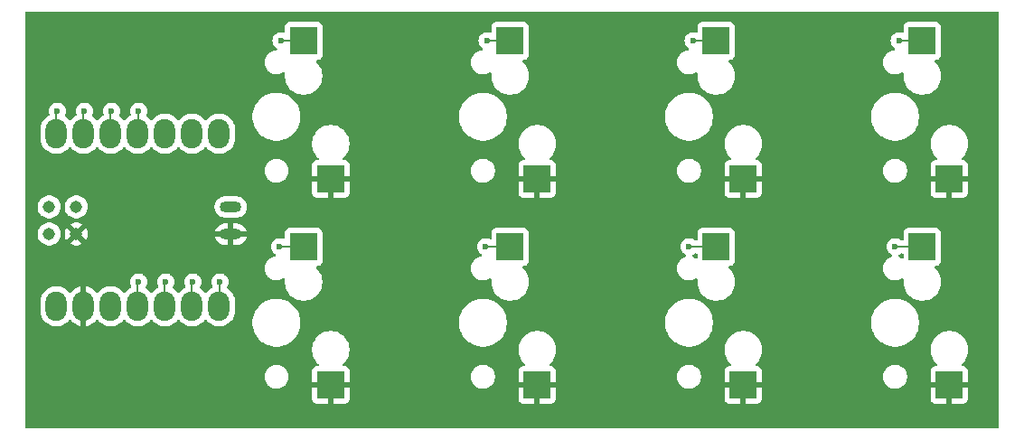
<source format=gbr>
G04 #@! TF.GenerationSoftware,KiCad,Pcbnew,8.0.6*
G04 #@! TF.CreationDate,2025-06-28T13:01:24+01:00*
G04 #@! TF.ProjectId,2x4,3278342e-6b69-4636-9164-5f7063625858,0.2*
G04 #@! TF.SameCoordinates,Original*
G04 #@! TF.FileFunction,Copper,L2,Bot*
G04 #@! TF.FilePolarity,Positive*
%FSLAX46Y46*%
G04 Gerber Fmt 4.6, Leading zero omitted, Abs format (unit mm)*
G04 Created by KiCad (PCBNEW 8.0.6) date 2025-06-28 13:01:24*
%MOMM*%
%LPD*%
G01*
G04 APERTURE LIST*
G04 #@! TA.AperFunction,SMDPad,CuDef*
%ADD10R,2.500000X2.550000*%
G04 #@! TD*
G04 #@! TA.AperFunction,SMDPad,CuDef*
%ADD11O,1.998980X2.748280*%
G04 #@! TD*
G04 #@! TA.AperFunction,SMDPad,CuDef*
%ADD12O,2.032000X1.016000*%
G04 #@! TD*
G04 #@! TA.AperFunction,SMDPad,CuDef*
%ADD13C,1.143000*%
G04 #@! TD*
G04 #@! TA.AperFunction,ViaPad*
%ADD14C,0.600000*%
G04 #@! TD*
G04 #@! TA.AperFunction,Conductor*
%ADD15C,0.200000*%
G04 #@! TD*
G04 APERTURE END LIST*
D10*
X103886000Y-44223000D03*
X106426000Y-57150000D03*
X142494000Y-63527000D03*
X145034000Y-76454000D03*
X123190000Y-44223000D03*
X125730000Y-57150000D03*
X123190000Y-63527000D03*
X125730000Y-76454000D03*
X103886000Y-63527000D03*
X106426000Y-76454000D03*
X84538934Y-44223000D03*
X87078934Y-57150000D03*
X142494000Y-44223000D03*
X145034000Y-57150000D03*
X84538934Y-63527000D03*
X87078934Y-76454000D03*
D11*
X61384180Y-52903120D03*
X63924180Y-52903120D03*
X66464180Y-52903120D03*
X69004180Y-52903120D03*
X71544180Y-52903120D03*
X74084180Y-52903120D03*
X76624180Y-52903120D03*
X76624180Y-69067680D03*
X74084180Y-69067680D03*
X71544180Y-69067680D03*
X69004180Y-69067680D03*
X66464180Y-69067680D03*
X63924180Y-69067680D03*
X61384180Y-69067680D03*
D12*
X77702000Y-59770000D03*
X77702000Y-62320000D03*
D13*
X60697813Y-59768803D03*
X60697813Y-62308803D03*
X63237813Y-59768803D03*
X63237813Y-62308803D03*
D14*
X69088000Y-50800000D03*
X82423000Y-44196000D03*
X64008000Y-50800000D03*
X121031000Y-44196000D03*
X140335000Y-44196000D03*
X61468000Y-50800000D03*
X101727000Y-44196000D03*
X66548000Y-50800000D03*
X74168000Y-66802000D03*
X101600000Y-63500000D03*
X76708000Y-66802000D03*
X82296000Y-63500000D03*
X71628000Y-66802000D03*
X120650000Y-63500000D03*
X139954000Y-63500000D03*
X69088000Y-66802000D03*
D15*
X69088000Y-50800000D02*
X69088000Y-52819300D01*
X82423000Y-44196000D02*
X82931000Y-44196000D01*
X69088000Y-52819300D02*
X69004180Y-52903120D01*
X82958000Y-44223000D02*
X84538934Y-44223000D01*
X82931000Y-44196000D02*
X82958000Y-44223000D01*
X69004180Y-52903120D02*
X69104750Y-52802550D01*
X63924180Y-52903120D02*
X64024750Y-52802550D01*
X121058000Y-44223000D02*
X123190000Y-44223000D01*
X63924180Y-50883820D02*
X63924180Y-52903120D01*
X121031000Y-44196000D02*
X121058000Y-44223000D01*
X64008000Y-50800000D02*
X63924180Y-50883820D01*
X61384180Y-50883820D02*
X61384180Y-52903120D01*
X142467000Y-44196000D02*
X142494000Y-44223000D01*
X61468000Y-50800000D02*
X61384180Y-50883820D01*
X140335000Y-44196000D02*
X142467000Y-44196000D01*
X61384180Y-52903120D02*
X61484750Y-52802550D01*
X66548000Y-50800000D02*
X66464180Y-50883820D01*
X66464180Y-50883820D02*
X66464180Y-52903120D01*
X101727000Y-44196000D02*
X103859000Y-44196000D01*
X103859000Y-44196000D02*
X103886000Y-44223000D01*
X66464180Y-52903120D02*
X66564750Y-52802550D01*
X74168000Y-66802000D02*
X74084180Y-66885820D01*
X103886000Y-63527000D02*
X101627000Y-63527000D01*
X101627000Y-63527000D02*
X101600000Y-63500000D01*
X74084180Y-66885820D02*
X74084180Y-69067680D01*
X76708000Y-66802000D02*
X76708000Y-68983860D01*
X84538934Y-63527000D02*
X82323000Y-63527000D01*
X76708000Y-68983860D02*
X76624180Y-69067680D01*
X82323000Y-63527000D02*
X82296000Y-63500000D01*
X71544180Y-66885820D02*
X71628000Y-66802000D01*
X123190000Y-63527000D02*
X120677000Y-63527000D01*
X120677000Y-63527000D02*
X120650000Y-63500000D01*
X71544180Y-69067680D02*
X71544180Y-66885820D01*
X142494000Y-63527000D02*
X139981000Y-63527000D01*
X69004180Y-66885820D02*
X69088000Y-66802000D01*
X69004180Y-69067680D02*
X69004180Y-66885820D01*
X139981000Y-63527000D02*
X139954000Y-63500000D01*
G04 #@! TA.AperFunction,Conductor*
G36*
X149627539Y-41478185D02*
G01*
X149673294Y-41530989D01*
X149684500Y-41582500D01*
X149684500Y-80407500D01*
X149664815Y-80474539D01*
X149612011Y-80520294D01*
X149560500Y-80531500D01*
X58607500Y-80531500D01*
X58540461Y-80511815D01*
X58494706Y-80459011D01*
X58483500Y-80407500D01*
X58483500Y-77776844D01*
X85328934Y-77776844D01*
X85335335Y-77836372D01*
X85335337Y-77836379D01*
X85385579Y-77971086D01*
X85385583Y-77971093D01*
X85471743Y-78086187D01*
X85471746Y-78086190D01*
X85586840Y-78172350D01*
X85586847Y-78172354D01*
X85721554Y-78222596D01*
X85721561Y-78222598D01*
X85781089Y-78228999D01*
X85781106Y-78229000D01*
X86828934Y-78229000D01*
X87328934Y-78229000D01*
X88376762Y-78229000D01*
X88376778Y-78228999D01*
X88436306Y-78222598D01*
X88436313Y-78222596D01*
X88571020Y-78172354D01*
X88571027Y-78172350D01*
X88686121Y-78086190D01*
X88686124Y-78086187D01*
X88772284Y-77971093D01*
X88772288Y-77971086D01*
X88822530Y-77836379D01*
X88822532Y-77836372D01*
X88828933Y-77776844D01*
X104676000Y-77776844D01*
X104682401Y-77836372D01*
X104682403Y-77836379D01*
X104732645Y-77971086D01*
X104732649Y-77971093D01*
X104818809Y-78086187D01*
X104818812Y-78086190D01*
X104933906Y-78172350D01*
X104933913Y-78172354D01*
X105068620Y-78222596D01*
X105068627Y-78222598D01*
X105128155Y-78228999D01*
X105128172Y-78229000D01*
X106176000Y-78229000D01*
X106676000Y-78229000D01*
X107723828Y-78229000D01*
X107723844Y-78228999D01*
X107783372Y-78222598D01*
X107783379Y-78222596D01*
X107918086Y-78172354D01*
X107918093Y-78172350D01*
X108033187Y-78086190D01*
X108033190Y-78086187D01*
X108119350Y-77971093D01*
X108119354Y-77971086D01*
X108169596Y-77836379D01*
X108169598Y-77836372D01*
X108175999Y-77776844D01*
X123980000Y-77776844D01*
X123986401Y-77836372D01*
X123986403Y-77836379D01*
X124036645Y-77971086D01*
X124036649Y-77971093D01*
X124122809Y-78086187D01*
X124122812Y-78086190D01*
X124237906Y-78172350D01*
X124237913Y-78172354D01*
X124372620Y-78222596D01*
X124372627Y-78222598D01*
X124432155Y-78228999D01*
X124432172Y-78229000D01*
X125480000Y-78229000D01*
X125980000Y-78229000D01*
X127027828Y-78229000D01*
X127027844Y-78228999D01*
X127087372Y-78222598D01*
X127087379Y-78222596D01*
X127222086Y-78172354D01*
X127222093Y-78172350D01*
X127337187Y-78086190D01*
X127337190Y-78086187D01*
X127423350Y-77971093D01*
X127423354Y-77971086D01*
X127473596Y-77836379D01*
X127473598Y-77836372D01*
X127479999Y-77776844D01*
X143284000Y-77776844D01*
X143290401Y-77836372D01*
X143290403Y-77836379D01*
X143340645Y-77971086D01*
X143340649Y-77971093D01*
X143426809Y-78086187D01*
X143426812Y-78086190D01*
X143541906Y-78172350D01*
X143541913Y-78172354D01*
X143676620Y-78222596D01*
X143676627Y-78222598D01*
X143736155Y-78228999D01*
X143736172Y-78229000D01*
X144784000Y-78229000D01*
X145284000Y-78229000D01*
X146331828Y-78229000D01*
X146331844Y-78228999D01*
X146391372Y-78222598D01*
X146391379Y-78222596D01*
X146526086Y-78172354D01*
X146526093Y-78172350D01*
X146641187Y-78086190D01*
X146641190Y-78086187D01*
X146727350Y-77971093D01*
X146727354Y-77971086D01*
X146777596Y-77836379D01*
X146777598Y-77836372D01*
X146783999Y-77776844D01*
X146784000Y-77776827D01*
X146784000Y-76704000D01*
X145284000Y-76704000D01*
X145284000Y-78229000D01*
X144784000Y-78229000D01*
X144784000Y-76704000D01*
X143284000Y-76704000D01*
X143284000Y-77776844D01*
X127479999Y-77776844D01*
X127480000Y-77776827D01*
X127480000Y-76704000D01*
X125980000Y-76704000D01*
X125980000Y-78229000D01*
X125480000Y-78229000D01*
X125480000Y-76704000D01*
X123980000Y-76704000D01*
X123980000Y-77776844D01*
X108175999Y-77776844D01*
X108176000Y-77776827D01*
X108176000Y-76704000D01*
X106676000Y-76704000D01*
X106676000Y-78229000D01*
X106176000Y-78229000D01*
X106176000Y-76704000D01*
X104676000Y-76704000D01*
X104676000Y-77776844D01*
X88828933Y-77776844D01*
X88828934Y-77776827D01*
X88828934Y-76704000D01*
X87328934Y-76704000D01*
X87328934Y-78229000D01*
X86828934Y-78229000D01*
X86828934Y-76704000D01*
X85328934Y-76704000D01*
X85328934Y-77776844D01*
X58483500Y-77776844D01*
X58483500Y-75603421D01*
X80873434Y-75603421D01*
X80873434Y-75780578D01*
X80901148Y-75955556D01*
X80955890Y-76124039D01*
X80955891Y-76124042D01*
X81036320Y-76281890D01*
X81140451Y-76425214D01*
X81265720Y-76550483D01*
X81409044Y-76654614D01*
X81486463Y-76694061D01*
X81566891Y-76735042D01*
X81566894Y-76735043D01*
X81651135Y-76762414D01*
X81735379Y-76789786D01*
X81910355Y-76817500D01*
X81910356Y-76817500D01*
X82087512Y-76817500D01*
X82087513Y-76817500D01*
X82262489Y-76789786D01*
X82430976Y-76735042D01*
X82588824Y-76654614D01*
X82732148Y-76550483D01*
X82857417Y-76425214D01*
X82961548Y-76281890D01*
X83041976Y-76124042D01*
X83096720Y-75955555D01*
X83124434Y-75780579D01*
X83124434Y-75603421D01*
X83096720Y-75428445D01*
X83041976Y-75259958D01*
X83041976Y-75259957D01*
X82961547Y-75102109D01*
X82857417Y-74958786D01*
X82732148Y-74833517D01*
X82588824Y-74729386D01*
X82580891Y-74725344D01*
X82430976Y-74648957D01*
X82430973Y-74648956D01*
X82262490Y-74594214D01*
X82175001Y-74580357D01*
X82087513Y-74566500D01*
X81910355Y-74566500D01*
X81852029Y-74575738D01*
X81735377Y-74594214D01*
X81566894Y-74648956D01*
X81566891Y-74648957D01*
X81409043Y-74729386D01*
X81327272Y-74788796D01*
X81265720Y-74833517D01*
X81265718Y-74833519D01*
X81265717Y-74833519D01*
X81140453Y-74958783D01*
X81140453Y-74958784D01*
X81140451Y-74958786D01*
X81095730Y-75020338D01*
X81036320Y-75102109D01*
X80955891Y-75259957D01*
X80955890Y-75259960D01*
X80901148Y-75428443D01*
X80873434Y-75603421D01*
X58483500Y-75603421D01*
X58483500Y-73037258D01*
X85328434Y-73037258D01*
X85328434Y-73266741D01*
X85353380Y-73456215D01*
X85358386Y-73494238D01*
X85358387Y-73494240D01*
X85417776Y-73715887D01*
X85505584Y-73927876D01*
X85505591Y-73927890D01*
X85620326Y-74126617D01*
X85760015Y-74308661D01*
X85760023Y-74308670D01*
X85918672Y-74467319D01*
X85952157Y-74528642D01*
X85947173Y-74598334D01*
X85905301Y-74654267D01*
X85839837Y-74678684D01*
X85830991Y-74679000D01*
X85781089Y-74679000D01*
X85721561Y-74685401D01*
X85721554Y-74685403D01*
X85586847Y-74735645D01*
X85586840Y-74735649D01*
X85471746Y-74821809D01*
X85471743Y-74821812D01*
X85385583Y-74936906D01*
X85385579Y-74936913D01*
X85335337Y-75071620D01*
X85335335Y-75071627D01*
X85328934Y-75131155D01*
X85328934Y-76204000D01*
X88828934Y-76204000D01*
X88828934Y-75603421D01*
X100220500Y-75603421D01*
X100220500Y-75780578D01*
X100248214Y-75955556D01*
X100302956Y-76124039D01*
X100302957Y-76124042D01*
X100383386Y-76281890D01*
X100487517Y-76425214D01*
X100612786Y-76550483D01*
X100756110Y-76654614D01*
X100833529Y-76694061D01*
X100913957Y-76735042D01*
X100913960Y-76735043D01*
X100998201Y-76762414D01*
X101082445Y-76789786D01*
X101257421Y-76817500D01*
X101257422Y-76817500D01*
X101434578Y-76817500D01*
X101434579Y-76817500D01*
X101609555Y-76789786D01*
X101778042Y-76735042D01*
X101935890Y-76654614D01*
X102079214Y-76550483D01*
X102204483Y-76425214D01*
X102308614Y-76281890D01*
X102389042Y-76124042D01*
X102443786Y-75955555D01*
X102471500Y-75780579D01*
X102471500Y-75603421D01*
X102443786Y-75428445D01*
X102389042Y-75259958D01*
X102389042Y-75259957D01*
X102308613Y-75102109D01*
X102204483Y-74958786D01*
X102079214Y-74833517D01*
X101935890Y-74729386D01*
X101927957Y-74725344D01*
X101778042Y-74648957D01*
X101778039Y-74648956D01*
X101609556Y-74594214D01*
X101522067Y-74580357D01*
X101434579Y-74566500D01*
X101257421Y-74566500D01*
X101199095Y-74575738D01*
X101082443Y-74594214D01*
X100913960Y-74648956D01*
X100913957Y-74648957D01*
X100756109Y-74729386D01*
X100674338Y-74788796D01*
X100612786Y-74833517D01*
X100612784Y-74833519D01*
X100612783Y-74833519D01*
X100487519Y-74958783D01*
X100487519Y-74958784D01*
X100487517Y-74958786D01*
X100442796Y-75020338D01*
X100383386Y-75102109D01*
X100302957Y-75259957D01*
X100302956Y-75259960D01*
X100248214Y-75428443D01*
X100220500Y-75603421D01*
X88828934Y-75603421D01*
X88828934Y-75131172D01*
X88828933Y-75131155D01*
X88822532Y-75071627D01*
X88822530Y-75071620D01*
X88772288Y-74936913D01*
X88772284Y-74936906D01*
X88686124Y-74821812D01*
X88686121Y-74821809D01*
X88571027Y-74735649D01*
X88571020Y-74735645D01*
X88436313Y-74685403D01*
X88436306Y-74685401D01*
X88376778Y-74679000D01*
X88326877Y-74679000D01*
X88259838Y-74659315D01*
X88214083Y-74606511D01*
X88204139Y-74537353D01*
X88233164Y-74473797D01*
X88239196Y-74467319D01*
X88397845Y-74308670D01*
X88397848Y-74308665D01*
X88397853Y-74308661D01*
X88537545Y-74126612D01*
X88652278Y-73927888D01*
X88740092Y-73715887D01*
X88799482Y-73494238D01*
X88829434Y-73266734D01*
X88829434Y-73037266D01*
X88829433Y-73037258D01*
X104675500Y-73037258D01*
X104675500Y-73266741D01*
X104700446Y-73456215D01*
X104705452Y-73494238D01*
X104705453Y-73494240D01*
X104764842Y-73715887D01*
X104852650Y-73927876D01*
X104852657Y-73927890D01*
X104967392Y-74126617D01*
X105107081Y-74308661D01*
X105107089Y-74308670D01*
X105265738Y-74467319D01*
X105299223Y-74528642D01*
X105294239Y-74598334D01*
X105252367Y-74654267D01*
X105186903Y-74678684D01*
X105178057Y-74679000D01*
X105128155Y-74679000D01*
X105068627Y-74685401D01*
X105068620Y-74685403D01*
X104933913Y-74735645D01*
X104933906Y-74735649D01*
X104818812Y-74821809D01*
X104818809Y-74821812D01*
X104732649Y-74936906D01*
X104732645Y-74936913D01*
X104682403Y-75071620D01*
X104682401Y-75071627D01*
X104676000Y-75131155D01*
X104676000Y-76204000D01*
X108176000Y-76204000D01*
X108176000Y-75603421D01*
X119524500Y-75603421D01*
X119524500Y-75780578D01*
X119552214Y-75955556D01*
X119606956Y-76124039D01*
X119606957Y-76124042D01*
X119687386Y-76281890D01*
X119791517Y-76425214D01*
X119916786Y-76550483D01*
X120060110Y-76654614D01*
X120137529Y-76694061D01*
X120217957Y-76735042D01*
X120217960Y-76735043D01*
X120302201Y-76762414D01*
X120386445Y-76789786D01*
X120561421Y-76817500D01*
X120561422Y-76817500D01*
X120738578Y-76817500D01*
X120738579Y-76817500D01*
X120913555Y-76789786D01*
X121082042Y-76735042D01*
X121239890Y-76654614D01*
X121383214Y-76550483D01*
X121508483Y-76425214D01*
X121612614Y-76281890D01*
X121693042Y-76124042D01*
X121747786Y-75955555D01*
X121775500Y-75780579D01*
X121775500Y-75603421D01*
X121747786Y-75428445D01*
X121693042Y-75259958D01*
X121693042Y-75259957D01*
X121612613Y-75102109D01*
X121508483Y-74958786D01*
X121383214Y-74833517D01*
X121239890Y-74729386D01*
X121231957Y-74725344D01*
X121082042Y-74648957D01*
X121082039Y-74648956D01*
X120913556Y-74594214D01*
X120826067Y-74580357D01*
X120738579Y-74566500D01*
X120561421Y-74566500D01*
X120503095Y-74575738D01*
X120386443Y-74594214D01*
X120217960Y-74648956D01*
X120217957Y-74648957D01*
X120060109Y-74729386D01*
X119978338Y-74788796D01*
X119916786Y-74833517D01*
X119916784Y-74833519D01*
X119916783Y-74833519D01*
X119791519Y-74958783D01*
X119791519Y-74958784D01*
X119791517Y-74958786D01*
X119746796Y-75020338D01*
X119687386Y-75102109D01*
X119606957Y-75259957D01*
X119606956Y-75259960D01*
X119552214Y-75428443D01*
X119524500Y-75603421D01*
X108176000Y-75603421D01*
X108176000Y-75131172D01*
X108175999Y-75131155D01*
X108169598Y-75071627D01*
X108169596Y-75071620D01*
X108119354Y-74936913D01*
X108119350Y-74936906D01*
X108033190Y-74821812D01*
X108033187Y-74821809D01*
X107918093Y-74735649D01*
X107918086Y-74735645D01*
X107783379Y-74685403D01*
X107783372Y-74685401D01*
X107723844Y-74679000D01*
X107673943Y-74679000D01*
X107606904Y-74659315D01*
X107561149Y-74606511D01*
X107551205Y-74537353D01*
X107580230Y-74473797D01*
X107586262Y-74467319D01*
X107744911Y-74308670D01*
X107744914Y-74308665D01*
X107744919Y-74308661D01*
X107884611Y-74126612D01*
X107999344Y-73927888D01*
X108087158Y-73715887D01*
X108146548Y-73494238D01*
X108176500Y-73266734D01*
X108176500Y-73037266D01*
X108176499Y-73037258D01*
X123979500Y-73037258D01*
X123979500Y-73266741D01*
X124004446Y-73456215D01*
X124009452Y-73494238D01*
X124009453Y-73494240D01*
X124068842Y-73715887D01*
X124156650Y-73927876D01*
X124156657Y-73927890D01*
X124271392Y-74126617D01*
X124411081Y-74308661D01*
X124411089Y-74308670D01*
X124569738Y-74467319D01*
X124603223Y-74528642D01*
X124598239Y-74598334D01*
X124556367Y-74654267D01*
X124490903Y-74678684D01*
X124482057Y-74679000D01*
X124432155Y-74679000D01*
X124372627Y-74685401D01*
X124372620Y-74685403D01*
X124237913Y-74735645D01*
X124237906Y-74735649D01*
X124122812Y-74821809D01*
X124122809Y-74821812D01*
X124036649Y-74936906D01*
X124036645Y-74936913D01*
X123986403Y-75071620D01*
X123986401Y-75071627D01*
X123980000Y-75131155D01*
X123980000Y-76204000D01*
X127480000Y-76204000D01*
X127480000Y-75603421D01*
X138828500Y-75603421D01*
X138828500Y-75780578D01*
X138856214Y-75955556D01*
X138910956Y-76124039D01*
X138910957Y-76124042D01*
X138991386Y-76281890D01*
X139095517Y-76425214D01*
X139220786Y-76550483D01*
X139364110Y-76654614D01*
X139441529Y-76694061D01*
X139521957Y-76735042D01*
X139521960Y-76735043D01*
X139606201Y-76762414D01*
X139690445Y-76789786D01*
X139865421Y-76817500D01*
X139865422Y-76817500D01*
X140042578Y-76817500D01*
X140042579Y-76817500D01*
X140217555Y-76789786D01*
X140386042Y-76735042D01*
X140543890Y-76654614D01*
X140687214Y-76550483D01*
X140812483Y-76425214D01*
X140916614Y-76281890D01*
X140997042Y-76124042D01*
X141051786Y-75955555D01*
X141079500Y-75780579D01*
X141079500Y-75603421D01*
X141051786Y-75428445D01*
X140997042Y-75259958D01*
X140997042Y-75259957D01*
X140916613Y-75102109D01*
X140812483Y-74958786D01*
X140687214Y-74833517D01*
X140543890Y-74729386D01*
X140535957Y-74725344D01*
X140386042Y-74648957D01*
X140386039Y-74648956D01*
X140217556Y-74594214D01*
X140130067Y-74580357D01*
X140042579Y-74566500D01*
X139865421Y-74566500D01*
X139807095Y-74575738D01*
X139690443Y-74594214D01*
X139521960Y-74648956D01*
X139521957Y-74648957D01*
X139364109Y-74729386D01*
X139282338Y-74788796D01*
X139220786Y-74833517D01*
X139220784Y-74833519D01*
X139220783Y-74833519D01*
X139095519Y-74958783D01*
X139095519Y-74958784D01*
X139095517Y-74958786D01*
X139050796Y-75020338D01*
X138991386Y-75102109D01*
X138910957Y-75259957D01*
X138910956Y-75259960D01*
X138856214Y-75428443D01*
X138828500Y-75603421D01*
X127480000Y-75603421D01*
X127480000Y-75131172D01*
X127479999Y-75131155D01*
X127473598Y-75071627D01*
X127473596Y-75071620D01*
X127423354Y-74936913D01*
X127423350Y-74936906D01*
X127337190Y-74821812D01*
X127337187Y-74821809D01*
X127222093Y-74735649D01*
X127222086Y-74735645D01*
X127087379Y-74685403D01*
X127087372Y-74685401D01*
X127027844Y-74679000D01*
X126977943Y-74679000D01*
X126910904Y-74659315D01*
X126865149Y-74606511D01*
X126855205Y-74537353D01*
X126884230Y-74473797D01*
X126890262Y-74467319D01*
X127048911Y-74308670D01*
X127048914Y-74308665D01*
X127048919Y-74308661D01*
X127188611Y-74126612D01*
X127303344Y-73927888D01*
X127391158Y-73715887D01*
X127450548Y-73494238D01*
X127480500Y-73266734D01*
X127480500Y-73037266D01*
X127480499Y-73037258D01*
X143283500Y-73037258D01*
X143283500Y-73266741D01*
X143308446Y-73456215D01*
X143313452Y-73494238D01*
X143313453Y-73494240D01*
X143372842Y-73715887D01*
X143460650Y-73927876D01*
X143460657Y-73927890D01*
X143575392Y-74126617D01*
X143715081Y-74308661D01*
X143715089Y-74308670D01*
X143873738Y-74467319D01*
X143907223Y-74528642D01*
X143902239Y-74598334D01*
X143860367Y-74654267D01*
X143794903Y-74678684D01*
X143786057Y-74679000D01*
X143736155Y-74679000D01*
X143676627Y-74685401D01*
X143676620Y-74685403D01*
X143541913Y-74735645D01*
X143541906Y-74735649D01*
X143426812Y-74821809D01*
X143426809Y-74821812D01*
X143340649Y-74936906D01*
X143340645Y-74936913D01*
X143290403Y-75071620D01*
X143290401Y-75071627D01*
X143284000Y-75131155D01*
X143284000Y-76204000D01*
X146784000Y-76204000D01*
X146784000Y-75131172D01*
X146783999Y-75131155D01*
X146777598Y-75071627D01*
X146777596Y-75071620D01*
X146727354Y-74936913D01*
X146727350Y-74936906D01*
X146641190Y-74821812D01*
X146641187Y-74821809D01*
X146526093Y-74735649D01*
X146526086Y-74735645D01*
X146391379Y-74685403D01*
X146391372Y-74685401D01*
X146331844Y-74679000D01*
X146281943Y-74679000D01*
X146214904Y-74659315D01*
X146169149Y-74606511D01*
X146159205Y-74537353D01*
X146188230Y-74473797D01*
X146194262Y-74467319D01*
X146352911Y-74308670D01*
X146352914Y-74308665D01*
X146352919Y-74308661D01*
X146492611Y-74126612D01*
X146607344Y-73927888D01*
X146695158Y-73715887D01*
X146754548Y-73494238D01*
X146784500Y-73266734D01*
X146784500Y-73037266D01*
X146754548Y-72809762D01*
X146695158Y-72588113D01*
X146607344Y-72376112D01*
X146492611Y-72177388D01*
X146492608Y-72177385D01*
X146492607Y-72177382D01*
X146352918Y-71995338D01*
X146352911Y-71995330D01*
X146190670Y-71833089D01*
X146190661Y-71833081D01*
X146008617Y-71693392D01*
X145809890Y-71578657D01*
X145809876Y-71578650D01*
X145597887Y-71490842D01*
X145376238Y-71431452D01*
X145338215Y-71426446D01*
X145148741Y-71401500D01*
X145148734Y-71401500D01*
X144919266Y-71401500D01*
X144919258Y-71401500D01*
X144702715Y-71430009D01*
X144691762Y-71431452D01*
X144598076Y-71456554D01*
X144470112Y-71490842D01*
X144258123Y-71578650D01*
X144258109Y-71578657D01*
X144059382Y-71693392D01*
X143877338Y-71833081D01*
X143715081Y-71995338D01*
X143575392Y-72177382D01*
X143460657Y-72376109D01*
X143460650Y-72376123D01*
X143372842Y-72588112D01*
X143313453Y-72809759D01*
X143313451Y-72809770D01*
X143283500Y-73037258D01*
X127480499Y-73037258D01*
X127450548Y-72809762D01*
X127391158Y-72588113D01*
X127303344Y-72376112D01*
X127188611Y-72177388D01*
X127188608Y-72177385D01*
X127188607Y-72177382D01*
X127048918Y-71995338D01*
X127048911Y-71995330D01*
X126886670Y-71833089D01*
X126886661Y-71833081D01*
X126704617Y-71693392D01*
X126505890Y-71578657D01*
X126505876Y-71578650D01*
X126293887Y-71490842D01*
X126072238Y-71431452D01*
X126034215Y-71426446D01*
X125844741Y-71401500D01*
X125844734Y-71401500D01*
X125615266Y-71401500D01*
X125615258Y-71401500D01*
X125398715Y-71430009D01*
X125387762Y-71431452D01*
X125294076Y-71456554D01*
X125166112Y-71490842D01*
X124954123Y-71578650D01*
X124954109Y-71578657D01*
X124755382Y-71693392D01*
X124573338Y-71833081D01*
X124411081Y-71995338D01*
X124271392Y-72177382D01*
X124156657Y-72376109D01*
X124156650Y-72376123D01*
X124068842Y-72588112D01*
X124009453Y-72809759D01*
X124009451Y-72809770D01*
X123979500Y-73037258D01*
X108176499Y-73037258D01*
X108146548Y-72809762D01*
X108087158Y-72588113D01*
X107999344Y-72376112D01*
X107884611Y-72177388D01*
X107884608Y-72177385D01*
X107884607Y-72177382D01*
X107744918Y-71995338D01*
X107744911Y-71995330D01*
X107582670Y-71833089D01*
X107582661Y-71833081D01*
X107400617Y-71693392D01*
X107201890Y-71578657D01*
X107201876Y-71578650D01*
X106989887Y-71490842D01*
X106768238Y-71431452D01*
X106730215Y-71426446D01*
X106540741Y-71401500D01*
X106540734Y-71401500D01*
X106311266Y-71401500D01*
X106311258Y-71401500D01*
X106094715Y-71430009D01*
X106083762Y-71431452D01*
X105990076Y-71456554D01*
X105862112Y-71490842D01*
X105650123Y-71578650D01*
X105650109Y-71578657D01*
X105451382Y-71693392D01*
X105269338Y-71833081D01*
X105107081Y-71995338D01*
X104967392Y-72177382D01*
X104852657Y-72376109D01*
X104852650Y-72376123D01*
X104764842Y-72588112D01*
X104705453Y-72809759D01*
X104705451Y-72809770D01*
X104675500Y-73037258D01*
X88829433Y-73037258D01*
X88799482Y-72809762D01*
X88740092Y-72588113D01*
X88652278Y-72376112D01*
X88537545Y-72177388D01*
X88537542Y-72177385D01*
X88537541Y-72177382D01*
X88397852Y-71995338D01*
X88397845Y-71995330D01*
X88235604Y-71833089D01*
X88235595Y-71833081D01*
X88053551Y-71693392D01*
X87854824Y-71578657D01*
X87854810Y-71578650D01*
X87642821Y-71490842D01*
X87421172Y-71431452D01*
X87383149Y-71426446D01*
X87193675Y-71401500D01*
X87193668Y-71401500D01*
X86964200Y-71401500D01*
X86964192Y-71401500D01*
X86747649Y-71430009D01*
X86736696Y-71431452D01*
X86643010Y-71456554D01*
X86515046Y-71490842D01*
X86303057Y-71578650D01*
X86303043Y-71578657D01*
X86104316Y-71693392D01*
X85922272Y-71833081D01*
X85760015Y-71995338D01*
X85620326Y-72177382D01*
X85505591Y-72376109D01*
X85505584Y-72376123D01*
X85417776Y-72588112D01*
X85358387Y-72809759D01*
X85358385Y-72809770D01*
X85328434Y-73037258D01*
X58483500Y-73037258D01*
X58483500Y-68574978D01*
X59884190Y-68574978D01*
X59884190Y-69560382D01*
X59893189Y-69617197D01*
X59921125Y-69793578D01*
X59994086Y-70018130D01*
X60101276Y-70228499D01*
X60240046Y-70419501D01*
X60240050Y-70419506D01*
X60407003Y-70586459D01*
X60407008Y-70586463D01*
X60573611Y-70707506D01*
X60598014Y-70725236D01*
X60732060Y-70793536D01*
X60808379Y-70832423D01*
X60808381Y-70832423D01*
X60808384Y-70832425D01*
X61032932Y-70905385D01*
X61266128Y-70942320D01*
X61266129Y-70942320D01*
X61502231Y-70942320D01*
X61502232Y-70942320D01*
X61735428Y-70905385D01*
X61959976Y-70832425D01*
X62170346Y-70725236D01*
X62361358Y-70586458D01*
X62528308Y-70419508D01*
X62554170Y-70383910D01*
X62609496Y-70341245D01*
X62679110Y-70335264D01*
X62740906Y-70367868D01*
X62754806Y-70383909D01*
X62780434Y-70419183D01*
X62947325Y-70586074D01*
X63138275Y-70724808D01*
X63348571Y-70831960D01*
X63573044Y-70904896D01*
X63573050Y-70904898D01*
X63674180Y-70920915D01*
X63674180Y-67214443D01*
X64174180Y-67214443D01*
X64174180Y-70920914D01*
X64275309Y-70904898D01*
X64275315Y-70904896D01*
X64499788Y-70831960D01*
X64710084Y-70724808D01*
X64901033Y-70586074D01*
X64901034Y-70586074D01*
X65067930Y-70419178D01*
X65093552Y-70383912D01*
X65148881Y-70341246D01*
X65218494Y-70335265D01*
X65280290Y-70367870D01*
X65294190Y-70383912D01*
X65320048Y-70419504D01*
X65487003Y-70586459D01*
X65487008Y-70586463D01*
X65653611Y-70707506D01*
X65678014Y-70725236D01*
X65812060Y-70793536D01*
X65888379Y-70832423D01*
X65888381Y-70832423D01*
X65888384Y-70832425D01*
X66112932Y-70905385D01*
X66346128Y-70942320D01*
X66346129Y-70942320D01*
X66582231Y-70942320D01*
X66582232Y-70942320D01*
X66815428Y-70905385D01*
X67039976Y-70832425D01*
X67250346Y-70725236D01*
X67441358Y-70586458D01*
X67608308Y-70419508D01*
X67633861Y-70384336D01*
X67689190Y-70341671D01*
X67758803Y-70335690D01*
X67820599Y-70368295D01*
X67834499Y-70384337D01*
X67860048Y-70419504D01*
X68027003Y-70586459D01*
X68027008Y-70586463D01*
X68193611Y-70707506D01*
X68218014Y-70725236D01*
X68352060Y-70793536D01*
X68428379Y-70832423D01*
X68428381Y-70832423D01*
X68428384Y-70832425D01*
X68652932Y-70905385D01*
X68886128Y-70942320D01*
X68886129Y-70942320D01*
X69122231Y-70942320D01*
X69122232Y-70942320D01*
X69355428Y-70905385D01*
X69579976Y-70832425D01*
X69790346Y-70725236D01*
X69981358Y-70586458D01*
X70148308Y-70419508D01*
X70173861Y-70384336D01*
X70229190Y-70341671D01*
X70298803Y-70335690D01*
X70360599Y-70368295D01*
X70374499Y-70384337D01*
X70400048Y-70419504D01*
X70567003Y-70586459D01*
X70567008Y-70586463D01*
X70733611Y-70707506D01*
X70758014Y-70725236D01*
X70892060Y-70793536D01*
X70968379Y-70832423D01*
X70968381Y-70832423D01*
X70968384Y-70832425D01*
X71192932Y-70905385D01*
X71426128Y-70942320D01*
X71426129Y-70942320D01*
X71662231Y-70942320D01*
X71662232Y-70942320D01*
X71895428Y-70905385D01*
X72119976Y-70832425D01*
X72330346Y-70725236D01*
X72521358Y-70586458D01*
X72688308Y-70419508D01*
X72713861Y-70384336D01*
X72769190Y-70341671D01*
X72838803Y-70335690D01*
X72900599Y-70368295D01*
X72914499Y-70384337D01*
X72940048Y-70419504D01*
X73107003Y-70586459D01*
X73107008Y-70586463D01*
X73273611Y-70707506D01*
X73298014Y-70725236D01*
X73432060Y-70793536D01*
X73508379Y-70832423D01*
X73508381Y-70832423D01*
X73508384Y-70832425D01*
X73732932Y-70905385D01*
X73966128Y-70942320D01*
X73966129Y-70942320D01*
X74202231Y-70942320D01*
X74202232Y-70942320D01*
X74435428Y-70905385D01*
X74659976Y-70832425D01*
X74870346Y-70725236D01*
X75061358Y-70586458D01*
X75228308Y-70419508D01*
X75253861Y-70384336D01*
X75309190Y-70341671D01*
X75378803Y-70335690D01*
X75440599Y-70368295D01*
X75454499Y-70384337D01*
X75480048Y-70419504D01*
X75647003Y-70586459D01*
X75647008Y-70586463D01*
X75813611Y-70707506D01*
X75838014Y-70725236D01*
X75972060Y-70793536D01*
X76048379Y-70832423D01*
X76048381Y-70832423D01*
X76048384Y-70832425D01*
X76272932Y-70905385D01*
X76506128Y-70942320D01*
X76506129Y-70942320D01*
X76742231Y-70942320D01*
X76742232Y-70942320D01*
X76975428Y-70905385D01*
X77199976Y-70832425D01*
X77410346Y-70725236D01*
X77601358Y-70586458D01*
X77722916Y-70464900D01*
X79754534Y-70464900D01*
X79754534Y-70759099D01*
X79754535Y-70759116D01*
X79792935Y-71050796D01*
X79869086Y-71334994D01*
X79981668Y-71606794D01*
X79981676Y-71606810D01*
X80128774Y-71861589D01*
X80128785Y-71861605D01*
X80307882Y-72095009D01*
X80307888Y-72095016D01*
X80515917Y-72303045D01*
X80515924Y-72303051D01*
X80682139Y-72430592D01*
X80749337Y-72482155D01*
X80749344Y-72482159D01*
X81004123Y-72629257D01*
X81004139Y-72629265D01*
X81275939Y-72741847D01*
X81275941Y-72741847D01*
X81275947Y-72741850D01*
X81560134Y-72817998D01*
X81851828Y-72856400D01*
X81851835Y-72856400D01*
X82146033Y-72856400D01*
X82146040Y-72856400D01*
X82437734Y-72817998D01*
X82721921Y-72741850D01*
X82795252Y-72711475D01*
X82993728Y-72629265D01*
X82993731Y-72629263D01*
X82993737Y-72629261D01*
X83248531Y-72482155D01*
X83481945Y-72303050D01*
X83689984Y-72095011D01*
X83869089Y-71861597D01*
X84016195Y-71606803D01*
X84027854Y-71578657D01*
X84128781Y-71334994D01*
X84128780Y-71334994D01*
X84128784Y-71334987D01*
X84204932Y-71050800D01*
X84243334Y-70759106D01*
X84243334Y-70464900D01*
X99101600Y-70464900D01*
X99101600Y-70759099D01*
X99101601Y-70759116D01*
X99140001Y-71050796D01*
X99216152Y-71334994D01*
X99328734Y-71606794D01*
X99328742Y-71606810D01*
X99475840Y-71861589D01*
X99475851Y-71861605D01*
X99654948Y-72095009D01*
X99654954Y-72095016D01*
X99862983Y-72303045D01*
X99862990Y-72303051D01*
X100029205Y-72430592D01*
X100096403Y-72482155D01*
X100096410Y-72482159D01*
X100351189Y-72629257D01*
X100351205Y-72629265D01*
X100623005Y-72741847D01*
X100623007Y-72741847D01*
X100623013Y-72741850D01*
X100907200Y-72817998D01*
X101198894Y-72856400D01*
X101198901Y-72856400D01*
X101493099Y-72856400D01*
X101493106Y-72856400D01*
X101784800Y-72817998D01*
X102068987Y-72741850D01*
X102142318Y-72711475D01*
X102340794Y-72629265D01*
X102340797Y-72629263D01*
X102340803Y-72629261D01*
X102595597Y-72482155D01*
X102829011Y-72303050D01*
X103037050Y-72095011D01*
X103216155Y-71861597D01*
X103363261Y-71606803D01*
X103374920Y-71578657D01*
X103475847Y-71334994D01*
X103475846Y-71334994D01*
X103475850Y-71334987D01*
X103551998Y-71050800D01*
X103590400Y-70759106D01*
X103590400Y-70464900D01*
X118405600Y-70464900D01*
X118405600Y-70759099D01*
X118405601Y-70759116D01*
X118444001Y-71050796D01*
X118520152Y-71334994D01*
X118632734Y-71606794D01*
X118632742Y-71606810D01*
X118779840Y-71861589D01*
X118779851Y-71861605D01*
X118958948Y-72095009D01*
X118958954Y-72095016D01*
X119166983Y-72303045D01*
X119166990Y-72303051D01*
X119333205Y-72430592D01*
X119400403Y-72482155D01*
X119400410Y-72482159D01*
X119655189Y-72629257D01*
X119655205Y-72629265D01*
X119927005Y-72741847D01*
X119927007Y-72741847D01*
X119927013Y-72741850D01*
X120211200Y-72817998D01*
X120502894Y-72856400D01*
X120502901Y-72856400D01*
X120797099Y-72856400D01*
X120797106Y-72856400D01*
X121088800Y-72817998D01*
X121372987Y-72741850D01*
X121446318Y-72711475D01*
X121644794Y-72629265D01*
X121644797Y-72629263D01*
X121644803Y-72629261D01*
X121899597Y-72482155D01*
X122133011Y-72303050D01*
X122341050Y-72095011D01*
X122520155Y-71861597D01*
X122667261Y-71606803D01*
X122678920Y-71578657D01*
X122779847Y-71334994D01*
X122779846Y-71334994D01*
X122779850Y-71334987D01*
X122855998Y-71050800D01*
X122894400Y-70759106D01*
X122894400Y-70464900D01*
X137709600Y-70464900D01*
X137709600Y-70759099D01*
X137709601Y-70759116D01*
X137748001Y-71050796D01*
X137824152Y-71334994D01*
X137936734Y-71606794D01*
X137936742Y-71606810D01*
X138083840Y-71861589D01*
X138083851Y-71861605D01*
X138262948Y-72095009D01*
X138262954Y-72095016D01*
X138470983Y-72303045D01*
X138470990Y-72303051D01*
X138637205Y-72430592D01*
X138704403Y-72482155D01*
X138704410Y-72482159D01*
X138959189Y-72629257D01*
X138959205Y-72629265D01*
X139231005Y-72741847D01*
X139231007Y-72741847D01*
X139231013Y-72741850D01*
X139515200Y-72817998D01*
X139806894Y-72856400D01*
X139806901Y-72856400D01*
X140101099Y-72856400D01*
X140101106Y-72856400D01*
X140392800Y-72817998D01*
X140676987Y-72741850D01*
X140750318Y-72711475D01*
X140948794Y-72629265D01*
X140948797Y-72629263D01*
X140948803Y-72629261D01*
X141203597Y-72482155D01*
X141437011Y-72303050D01*
X141645050Y-72095011D01*
X141824155Y-71861597D01*
X141971261Y-71606803D01*
X141982920Y-71578657D01*
X142083847Y-71334994D01*
X142083846Y-71334994D01*
X142083850Y-71334987D01*
X142159998Y-71050800D01*
X142198400Y-70759106D01*
X142198400Y-70464894D01*
X142159998Y-70173200D01*
X142083850Y-69889013D01*
X142044320Y-69793578D01*
X141971265Y-69617205D01*
X141971257Y-69617189D01*
X141824159Y-69362410D01*
X141824155Y-69362403D01*
X141645050Y-69128989D01*
X141645045Y-69128983D01*
X141437016Y-68920954D01*
X141437009Y-68920948D01*
X141203605Y-68741851D01*
X141203603Y-68741849D01*
X141203597Y-68741845D01*
X141203592Y-68741842D01*
X141203589Y-68741840D01*
X140948810Y-68594742D01*
X140948794Y-68594734D01*
X140676994Y-68482152D01*
X140392796Y-68406001D01*
X140101116Y-68367601D01*
X140101111Y-68367600D01*
X140101106Y-68367600D01*
X139806894Y-68367600D01*
X139806888Y-68367600D01*
X139806883Y-68367601D01*
X139515203Y-68406001D01*
X139231005Y-68482152D01*
X138959205Y-68594734D01*
X138959189Y-68594742D01*
X138704410Y-68741840D01*
X138704394Y-68741851D01*
X138470990Y-68920948D01*
X138470983Y-68920954D01*
X138262954Y-69128983D01*
X138262948Y-69128990D01*
X138083851Y-69362394D01*
X138083840Y-69362410D01*
X137936742Y-69617189D01*
X137936734Y-69617205D01*
X137824152Y-69889005D01*
X137748001Y-70173203D01*
X137709601Y-70464883D01*
X137709600Y-70464900D01*
X122894400Y-70464900D01*
X122894400Y-70464894D01*
X122855998Y-70173200D01*
X122779850Y-69889013D01*
X122740320Y-69793578D01*
X122667265Y-69617205D01*
X122667257Y-69617189D01*
X122520159Y-69362410D01*
X122520155Y-69362403D01*
X122341050Y-69128989D01*
X122341045Y-69128983D01*
X122133016Y-68920954D01*
X122133009Y-68920948D01*
X121899605Y-68741851D01*
X121899603Y-68741849D01*
X121899597Y-68741845D01*
X121899592Y-68741842D01*
X121899589Y-68741840D01*
X121644810Y-68594742D01*
X121644794Y-68594734D01*
X121372994Y-68482152D01*
X121088796Y-68406001D01*
X120797116Y-68367601D01*
X120797111Y-68367600D01*
X120797106Y-68367600D01*
X120502894Y-68367600D01*
X120502888Y-68367600D01*
X120502883Y-68367601D01*
X120211203Y-68406001D01*
X119927005Y-68482152D01*
X119655205Y-68594734D01*
X119655189Y-68594742D01*
X119400410Y-68741840D01*
X119400394Y-68741851D01*
X119166990Y-68920948D01*
X119166983Y-68920954D01*
X118958954Y-69128983D01*
X118958948Y-69128990D01*
X118779851Y-69362394D01*
X118779840Y-69362410D01*
X118632742Y-69617189D01*
X118632734Y-69617205D01*
X118520152Y-69889005D01*
X118444001Y-70173203D01*
X118405601Y-70464883D01*
X118405600Y-70464900D01*
X103590400Y-70464900D01*
X103590400Y-70464894D01*
X103551998Y-70173200D01*
X103475850Y-69889013D01*
X103436320Y-69793578D01*
X103363265Y-69617205D01*
X103363257Y-69617189D01*
X103216159Y-69362410D01*
X103216155Y-69362403D01*
X103037050Y-69128989D01*
X103037045Y-69128983D01*
X102829016Y-68920954D01*
X102829009Y-68920948D01*
X102595605Y-68741851D01*
X102595603Y-68741849D01*
X102595597Y-68741845D01*
X102595592Y-68741842D01*
X102595589Y-68741840D01*
X102340810Y-68594742D01*
X102340794Y-68594734D01*
X102068994Y-68482152D01*
X101784796Y-68406001D01*
X101493116Y-68367601D01*
X101493111Y-68367600D01*
X101493106Y-68367600D01*
X101198894Y-68367600D01*
X101198888Y-68367600D01*
X101198883Y-68367601D01*
X100907203Y-68406001D01*
X100623005Y-68482152D01*
X100351205Y-68594734D01*
X100351189Y-68594742D01*
X100096410Y-68741840D01*
X100096394Y-68741851D01*
X99862990Y-68920948D01*
X99862983Y-68920954D01*
X99654954Y-69128983D01*
X99654948Y-69128990D01*
X99475851Y-69362394D01*
X99475840Y-69362410D01*
X99328742Y-69617189D01*
X99328734Y-69617205D01*
X99216152Y-69889005D01*
X99140001Y-70173203D01*
X99101601Y-70464883D01*
X99101600Y-70464900D01*
X84243334Y-70464900D01*
X84243334Y-70464894D01*
X84204932Y-70173200D01*
X84128784Y-69889013D01*
X84089254Y-69793578D01*
X84016199Y-69617205D01*
X84016191Y-69617189D01*
X83869093Y-69362410D01*
X83869089Y-69362403D01*
X83689984Y-69128989D01*
X83689979Y-69128983D01*
X83481950Y-68920954D01*
X83481943Y-68920948D01*
X83248539Y-68741851D01*
X83248537Y-68741849D01*
X83248531Y-68741845D01*
X83248526Y-68741842D01*
X83248523Y-68741840D01*
X82993744Y-68594742D01*
X82993728Y-68594734D01*
X82721928Y-68482152D01*
X82437730Y-68406001D01*
X82146050Y-68367601D01*
X82146045Y-68367600D01*
X82146040Y-68367600D01*
X81851828Y-68367600D01*
X81851822Y-68367600D01*
X81851817Y-68367601D01*
X81560137Y-68406001D01*
X81275939Y-68482152D01*
X81004139Y-68594734D01*
X81004123Y-68594742D01*
X80749344Y-68741840D01*
X80749328Y-68741851D01*
X80515924Y-68920948D01*
X80515917Y-68920954D01*
X80307888Y-69128983D01*
X80307882Y-69128990D01*
X80128785Y-69362394D01*
X80128774Y-69362410D01*
X79981676Y-69617189D01*
X79981668Y-69617205D01*
X79869086Y-69889005D01*
X79792935Y-70173203D01*
X79754535Y-70464883D01*
X79754534Y-70464900D01*
X77722916Y-70464900D01*
X77768308Y-70419508D01*
X77907086Y-70228496D01*
X78014275Y-70018126D01*
X78087235Y-69793578D01*
X78124170Y-69560382D01*
X78124170Y-68574978D01*
X78087235Y-68341782D01*
X78014275Y-68117234D01*
X78014273Y-68117231D01*
X78014273Y-68117229D01*
X77975386Y-68040910D01*
X77907086Y-67906864D01*
X77889356Y-67882461D01*
X77768313Y-67715858D01*
X77768309Y-67715853D01*
X77601356Y-67548900D01*
X77601351Y-67548896D01*
X77408663Y-67408900D01*
X77365997Y-67353570D01*
X77360018Y-67283957D01*
X77376555Y-67242609D01*
X77433788Y-67151524D01*
X77436337Y-67144240D01*
X77493368Y-66981255D01*
X77500638Y-66916734D01*
X77513565Y-66802003D01*
X77513565Y-66801996D01*
X77493369Y-66622750D01*
X77493368Y-66622745D01*
X77476676Y-66575042D01*
X77433789Y-66452478D01*
X77337816Y-66299738D01*
X77210262Y-66172184D01*
X77130220Y-66121890D01*
X77057523Y-66076211D01*
X76887254Y-66016631D01*
X76887249Y-66016630D01*
X76708004Y-65996435D01*
X76707996Y-65996435D01*
X76528750Y-66016630D01*
X76528745Y-66016631D01*
X76358476Y-66076211D01*
X76205737Y-66172184D01*
X76078184Y-66299737D01*
X75982211Y-66452476D01*
X75922631Y-66622745D01*
X75922630Y-66622750D01*
X75902435Y-66801996D01*
X75902435Y-66802003D01*
X75922630Y-66981249D01*
X75922631Y-66981254D01*
X75982211Y-67151522D01*
X75998149Y-67176888D01*
X76017148Y-67244125D01*
X75996779Y-67310960D01*
X75949450Y-67353343D01*
X75838012Y-67410124D01*
X75647008Y-67548896D01*
X75647003Y-67548900D01*
X75480054Y-67715849D01*
X75480049Y-67715855D01*
X75454498Y-67751024D01*
X75399168Y-67793690D01*
X75329555Y-67799669D01*
X75267760Y-67767063D01*
X75253862Y-67751024D01*
X75228545Y-67716178D01*
X75228308Y-67715852D01*
X75061358Y-67548902D01*
X75061356Y-67548900D01*
X75061351Y-67548896D01*
X74868663Y-67408900D01*
X74825997Y-67353570D01*
X74820018Y-67283957D01*
X74836555Y-67242609D01*
X74893788Y-67151524D01*
X74896337Y-67144240D01*
X74953368Y-66981255D01*
X74960638Y-66916734D01*
X74973565Y-66802003D01*
X74973565Y-66801996D01*
X74953369Y-66622750D01*
X74953368Y-66622745D01*
X74936676Y-66575042D01*
X74893789Y-66452478D01*
X74797816Y-66299738D01*
X74670262Y-66172184D01*
X74590220Y-66121890D01*
X74517523Y-66076211D01*
X74347254Y-66016631D01*
X74347249Y-66016630D01*
X74168004Y-65996435D01*
X74167996Y-65996435D01*
X73988750Y-66016630D01*
X73988745Y-66016631D01*
X73818476Y-66076211D01*
X73665737Y-66172184D01*
X73538184Y-66299737D01*
X73442211Y-66452476D01*
X73382631Y-66622745D01*
X73382630Y-66622750D01*
X73362435Y-66801996D01*
X73362435Y-66802003D01*
X73382630Y-66981249D01*
X73382631Y-66981254D01*
X73442211Y-67151524D01*
X73458148Y-67176886D01*
X73477149Y-67244123D01*
X73456782Y-67310958D01*
X73409450Y-67353344D01*
X73298010Y-67410126D01*
X73107008Y-67548896D01*
X73107003Y-67548900D01*
X72940054Y-67715849D01*
X72940049Y-67715855D01*
X72914498Y-67751024D01*
X72859168Y-67793690D01*
X72789555Y-67799669D01*
X72727760Y-67767063D01*
X72713862Y-67751024D01*
X72688545Y-67716178D01*
X72688308Y-67715852D01*
X72521358Y-67548902D01*
X72521356Y-67548900D01*
X72521351Y-67548896D01*
X72328663Y-67408900D01*
X72285997Y-67353570D01*
X72280018Y-67283957D01*
X72296555Y-67242609D01*
X72353788Y-67151524D01*
X72356337Y-67144240D01*
X72413368Y-66981255D01*
X72420638Y-66916734D01*
X72433565Y-66802003D01*
X72433565Y-66801996D01*
X72413369Y-66622750D01*
X72413368Y-66622745D01*
X72396676Y-66575042D01*
X72353789Y-66452478D01*
X72257816Y-66299738D01*
X72130262Y-66172184D01*
X72050220Y-66121890D01*
X71977523Y-66076211D01*
X71807254Y-66016631D01*
X71807249Y-66016630D01*
X71628004Y-65996435D01*
X71627996Y-65996435D01*
X71448750Y-66016630D01*
X71448745Y-66016631D01*
X71278476Y-66076211D01*
X71125737Y-66172184D01*
X70998184Y-66299737D01*
X70902211Y-66452476D01*
X70842631Y-66622745D01*
X70842630Y-66622750D01*
X70822435Y-66801996D01*
X70822435Y-66802003D01*
X70842630Y-66981249D01*
X70842631Y-66981254D01*
X70902211Y-67151524D01*
X70918148Y-67176886D01*
X70937149Y-67244123D01*
X70916782Y-67310958D01*
X70869450Y-67353344D01*
X70758010Y-67410126D01*
X70567008Y-67548896D01*
X70567003Y-67548900D01*
X70400054Y-67715849D01*
X70400049Y-67715855D01*
X70374498Y-67751024D01*
X70319168Y-67793690D01*
X70249555Y-67799669D01*
X70187760Y-67767063D01*
X70173862Y-67751024D01*
X70148545Y-67716178D01*
X70148308Y-67715852D01*
X69981358Y-67548902D01*
X69981356Y-67548900D01*
X69981351Y-67548896D01*
X69788663Y-67408900D01*
X69745997Y-67353570D01*
X69740018Y-67283957D01*
X69756555Y-67242609D01*
X69813788Y-67151524D01*
X69816337Y-67144240D01*
X69873368Y-66981255D01*
X69880638Y-66916734D01*
X69893565Y-66802003D01*
X69893565Y-66801996D01*
X69873369Y-66622750D01*
X69873368Y-66622745D01*
X69856676Y-66575042D01*
X69813789Y-66452478D01*
X69717816Y-66299738D01*
X69590262Y-66172184D01*
X69510220Y-66121890D01*
X69437523Y-66076211D01*
X69267254Y-66016631D01*
X69267249Y-66016630D01*
X69088004Y-65996435D01*
X69087996Y-65996435D01*
X68908750Y-66016630D01*
X68908745Y-66016631D01*
X68738476Y-66076211D01*
X68585737Y-66172184D01*
X68458184Y-66299737D01*
X68362211Y-66452476D01*
X68302631Y-66622745D01*
X68302630Y-66622750D01*
X68282435Y-66801996D01*
X68282435Y-66802003D01*
X68302630Y-66981249D01*
X68302631Y-66981254D01*
X68362211Y-67151524D01*
X68378148Y-67176886D01*
X68397149Y-67244123D01*
X68376782Y-67310958D01*
X68329450Y-67353344D01*
X68218010Y-67410126D01*
X68027008Y-67548896D01*
X68027003Y-67548900D01*
X67860054Y-67715849D01*
X67860049Y-67715855D01*
X67834498Y-67751024D01*
X67779168Y-67793690D01*
X67709555Y-67799669D01*
X67647760Y-67767063D01*
X67633862Y-67751024D01*
X67608545Y-67716178D01*
X67608308Y-67715852D01*
X67441358Y-67548902D01*
X67441356Y-67548900D01*
X67441351Y-67548896D01*
X67250349Y-67410126D01*
X67250348Y-67410125D01*
X67250346Y-67410124D01*
X67163526Y-67365887D01*
X67039980Y-67302936D01*
X66815428Y-67229975D01*
X66582232Y-67193040D01*
X66346128Y-67193040D01*
X66229530Y-67211507D01*
X66112931Y-67229975D01*
X65888379Y-67302936D01*
X65678010Y-67410126D01*
X65487008Y-67548896D01*
X65487003Y-67548900D01*
X65320054Y-67715849D01*
X65320054Y-67715850D01*
X65320052Y-67715852D01*
X65294190Y-67751448D01*
X65294189Y-67751450D01*
X65238859Y-67794115D01*
X65169245Y-67800094D01*
X65107450Y-67767488D01*
X65093553Y-67751450D01*
X65067924Y-67716175D01*
X64901034Y-67549285D01*
X64710084Y-67410551D01*
X64499786Y-67303399D01*
X64275307Y-67230461D01*
X64174180Y-67214443D01*
X63674180Y-67214443D01*
X63573052Y-67230461D01*
X63348573Y-67303399D01*
X63138275Y-67410551D01*
X62947326Y-67549285D01*
X62947325Y-67549285D01*
X62780432Y-67716178D01*
X62754806Y-67751450D01*
X62699476Y-67794115D01*
X62629862Y-67800093D01*
X62568068Y-67767486D01*
X62554171Y-67751448D01*
X62528313Y-67715858D01*
X62528309Y-67715853D01*
X62361356Y-67548900D01*
X62361351Y-67548896D01*
X62170349Y-67410126D01*
X62170348Y-67410125D01*
X62170346Y-67410124D01*
X62083526Y-67365887D01*
X61959980Y-67302936D01*
X61735428Y-67229975D01*
X61502232Y-67193040D01*
X61266128Y-67193040D01*
X61149530Y-67211507D01*
X61032931Y-67229975D01*
X60808379Y-67302936D01*
X60598010Y-67410126D01*
X60407008Y-67548896D01*
X60407003Y-67548900D01*
X60240050Y-67715853D01*
X60240046Y-67715858D01*
X60101276Y-67906860D01*
X59994086Y-68117229D01*
X59921125Y-68341781D01*
X59910953Y-68406002D01*
X59884190Y-68574978D01*
X58483500Y-68574978D01*
X58483500Y-65443421D01*
X80873434Y-65443421D01*
X80873434Y-65620578D01*
X80901148Y-65795556D01*
X80955890Y-65964039D01*
X80955891Y-65964042D01*
X81013045Y-66076211D01*
X81036320Y-66121890D01*
X81140451Y-66265214D01*
X81265720Y-66390483D01*
X81409044Y-66494614D01*
X81486463Y-66534061D01*
X81566891Y-66575042D01*
X81566894Y-66575043D01*
X81651135Y-66602414D01*
X81735379Y-66629786D01*
X81910355Y-66657500D01*
X81910356Y-66657500D01*
X82087512Y-66657500D01*
X82087513Y-66657500D01*
X82262489Y-66629786D01*
X82430976Y-66575042D01*
X82588824Y-66494614D01*
X82604095Y-66483518D01*
X82669898Y-66460038D01*
X82737952Y-66475862D01*
X82786649Y-66525966D01*
X82800526Y-66594443D01*
X82799920Y-66600022D01*
X82788434Y-66687258D01*
X82788434Y-66916741D01*
X82813380Y-67106215D01*
X82818386Y-67144238D01*
X82855823Y-67283957D01*
X82877776Y-67365887D01*
X82965584Y-67577876D01*
X82965591Y-67577890D01*
X83080326Y-67776617D01*
X83220015Y-67958661D01*
X83220023Y-67958670D01*
X83382264Y-68120911D01*
X83382272Y-68120918D01*
X83564316Y-68260607D01*
X83564319Y-68260608D01*
X83564322Y-68260611D01*
X83763046Y-68375344D01*
X83763051Y-68375346D01*
X83763057Y-68375349D01*
X83854414Y-68413190D01*
X83975047Y-68463158D01*
X84196696Y-68522548D01*
X84424200Y-68552500D01*
X84424207Y-68552500D01*
X84653661Y-68552500D01*
X84653668Y-68552500D01*
X84881172Y-68522548D01*
X85102821Y-68463158D01*
X85314822Y-68375344D01*
X85513546Y-68260611D01*
X85695595Y-68120919D01*
X85695599Y-68120914D01*
X85695604Y-68120911D01*
X85857845Y-67958670D01*
X85857848Y-67958665D01*
X85857853Y-67958661D01*
X85997545Y-67776612D01*
X86112278Y-67577888D01*
X86200092Y-67365887D01*
X86259482Y-67144238D01*
X86289434Y-66916734D01*
X86289434Y-66687266D01*
X86259482Y-66459762D01*
X86200092Y-66238113D01*
X86112278Y-66026112D01*
X85997545Y-65827388D01*
X85997542Y-65827385D01*
X85997541Y-65827382D01*
X85857852Y-65645338D01*
X85857845Y-65645330D01*
X85726695Y-65514180D01*
X85693210Y-65452857D01*
X85693885Y-65443421D01*
X100220500Y-65443421D01*
X100220500Y-65620578D01*
X100248214Y-65795556D01*
X100302956Y-65964039D01*
X100302957Y-65964042D01*
X100360111Y-66076211D01*
X100383386Y-66121890D01*
X100487517Y-66265214D01*
X100612786Y-66390483D01*
X100756110Y-66494614D01*
X100833529Y-66534061D01*
X100913957Y-66575042D01*
X100913960Y-66575043D01*
X100998201Y-66602414D01*
X101082445Y-66629786D01*
X101257421Y-66657500D01*
X101257422Y-66657500D01*
X101434578Y-66657500D01*
X101434579Y-66657500D01*
X101609555Y-66629786D01*
X101778042Y-66575042D01*
X101935890Y-66494614D01*
X101951161Y-66483518D01*
X102016964Y-66460038D01*
X102085018Y-66475862D01*
X102133715Y-66525966D01*
X102147592Y-66594443D01*
X102146986Y-66600022D01*
X102135500Y-66687258D01*
X102135500Y-66916741D01*
X102160446Y-67106215D01*
X102165452Y-67144238D01*
X102202889Y-67283957D01*
X102224842Y-67365887D01*
X102312650Y-67577876D01*
X102312657Y-67577890D01*
X102427392Y-67776617D01*
X102567081Y-67958661D01*
X102567089Y-67958670D01*
X102729330Y-68120911D01*
X102729338Y-68120918D01*
X102911382Y-68260607D01*
X102911385Y-68260608D01*
X102911388Y-68260611D01*
X103110112Y-68375344D01*
X103110117Y-68375346D01*
X103110123Y-68375349D01*
X103201480Y-68413190D01*
X103322113Y-68463158D01*
X103543762Y-68522548D01*
X103771266Y-68552500D01*
X103771273Y-68552500D01*
X104000727Y-68552500D01*
X104000734Y-68552500D01*
X104228238Y-68522548D01*
X104449887Y-68463158D01*
X104661888Y-68375344D01*
X104860612Y-68260611D01*
X105042661Y-68120919D01*
X105042665Y-68120914D01*
X105042670Y-68120911D01*
X105204911Y-67958670D01*
X105204914Y-67958665D01*
X105204919Y-67958661D01*
X105344611Y-67776612D01*
X105459344Y-67577888D01*
X105547158Y-67365887D01*
X105606548Y-67144238D01*
X105636500Y-66916734D01*
X105636500Y-66687266D01*
X105606548Y-66459762D01*
X105547158Y-66238113D01*
X105459344Y-66026112D01*
X105344611Y-65827388D01*
X105344608Y-65827385D01*
X105344607Y-65827382D01*
X105204918Y-65645338D01*
X105204911Y-65645330D01*
X105073761Y-65514180D01*
X105040276Y-65452857D01*
X105040951Y-65443421D01*
X119524500Y-65443421D01*
X119524500Y-65620578D01*
X119552214Y-65795556D01*
X119606956Y-65964039D01*
X119606957Y-65964042D01*
X119664111Y-66076211D01*
X119687386Y-66121890D01*
X119791517Y-66265214D01*
X119916786Y-66390483D01*
X120060110Y-66494614D01*
X120137529Y-66534061D01*
X120217957Y-66575042D01*
X120217960Y-66575043D01*
X120302201Y-66602414D01*
X120386445Y-66629786D01*
X120561421Y-66657500D01*
X120561422Y-66657500D01*
X120738578Y-66657500D01*
X120738579Y-66657500D01*
X120913555Y-66629786D01*
X121082042Y-66575042D01*
X121239890Y-66494614D01*
X121255161Y-66483518D01*
X121320964Y-66460038D01*
X121389018Y-66475862D01*
X121437715Y-66525966D01*
X121451592Y-66594443D01*
X121450986Y-66600022D01*
X121439500Y-66687258D01*
X121439500Y-66916741D01*
X121464446Y-67106215D01*
X121469452Y-67144238D01*
X121506889Y-67283957D01*
X121528842Y-67365887D01*
X121616650Y-67577876D01*
X121616657Y-67577890D01*
X121731392Y-67776617D01*
X121871081Y-67958661D01*
X121871089Y-67958670D01*
X122033330Y-68120911D01*
X122033338Y-68120918D01*
X122215382Y-68260607D01*
X122215385Y-68260608D01*
X122215388Y-68260611D01*
X122414112Y-68375344D01*
X122414117Y-68375346D01*
X122414123Y-68375349D01*
X122505480Y-68413190D01*
X122626113Y-68463158D01*
X122847762Y-68522548D01*
X123075266Y-68552500D01*
X123075273Y-68552500D01*
X123304727Y-68552500D01*
X123304734Y-68552500D01*
X123532238Y-68522548D01*
X123753887Y-68463158D01*
X123965888Y-68375344D01*
X124164612Y-68260611D01*
X124346661Y-68120919D01*
X124346665Y-68120914D01*
X124346670Y-68120911D01*
X124508911Y-67958670D01*
X124508914Y-67958665D01*
X124508919Y-67958661D01*
X124648611Y-67776612D01*
X124763344Y-67577888D01*
X124851158Y-67365887D01*
X124910548Y-67144238D01*
X124940500Y-66916734D01*
X124940500Y-66687266D01*
X124910548Y-66459762D01*
X124851158Y-66238113D01*
X124763344Y-66026112D01*
X124648611Y-65827388D01*
X124648608Y-65827385D01*
X124648607Y-65827382D01*
X124508918Y-65645338D01*
X124508911Y-65645330D01*
X124377761Y-65514180D01*
X124344276Y-65452857D01*
X124344951Y-65443421D01*
X138828500Y-65443421D01*
X138828500Y-65620578D01*
X138856214Y-65795556D01*
X138910956Y-65964039D01*
X138910957Y-65964042D01*
X138968111Y-66076211D01*
X138991386Y-66121890D01*
X139095517Y-66265214D01*
X139220786Y-66390483D01*
X139364110Y-66494614D01*
X139441529Y-66534061D01*
X139521957Y-66575042D01*
X139521960Y-66575043D01*
X139606201Y-66602414D01*
X139690445Y-66629786D01*
X139865421Y-66657500D01*
X139865422Y-66657500D01*
X140042578Y-66657500D01*
X140042579Y-66657500D01*
X140217555Y-66629786D01*
X140386042Y-66575042D01*
X140543890Y-66494614D01*
X140559161Y-66483518D01*
X140624964Y-66460038D01*
X140693018Y-66475862D01*
X140741715Y-66525966D01*
X140755592Y-66594443D01*
X140754986Y-66600022D01*
X140743500Y-66687258D01*
X140743500Y-66916741D01*
X140768446Y-67106215D01*
X140773452Y-67144238D01*
X140810889Y-67283957D01*
X140832842Y-67365887D01*
X140920650Y-67577876D01*
X140920657Y-67577890D01*
X141035392Y-67776617D01*
X141175081Y-67958661D01*
X141175089Y-67958670D01*
X141337330Y-68120911D01*
X141337338Y-68120918D01*
X141519382Y-68260607D01*
X141519385Y-68260608D01*
X141519388Y-68260611D01*
X141718112Y-68375344D01*
X141718117Y-68375346D01*
X141718123Y-68375349D01*
X141809480Y-68413190D01*
X141930113Y-68463158D01*
X142151762Y-68522548D01*
X142379266Y-68552500D01*
X142379273Y-68552500D01*
X142608727Y-68552500D01*
X142608734Y-68552500D01*
X142836238Y-68522548D01*
X143057887Y-68463158D01*
X143269888Y-68375344D01*
X143468612Y-68260611D01*
X143650661Y-68120919D01*
X143650665Y-68120914D01*
X143650670Y-68120911D01*
X143812911Y-67958670D01*
X143812914Y-67958665D01*
X143812919Y-67958661D01*
X143952611Y-67776612D01*
X144067344Y-67577888D01*
X144155158Y-67365887D01*
X144214548Y-67144238D01*
X144244500Y-66916734D01*
X144244500Y-66687266D01*
X144214548Y-66459762D01*
X144155158Y-66238113D01*
X144067344Y-66026112D01*
X143952611Y-65827388D01*
X143952608Y-65827385D01*
X143952607Y-65827382D01*
X143812918Y-65645338D01*
X143812911Y-65645330D01*
X143681761Y-65514180D01*
X143648276Y-65452857D01*
X143653260Y-65383165D01*
X143695132Y-65327232D01*
X143760596Y-65302815D01*
X143769442Y-65302499D01*
X143791871Y-65302499D01*
X143791872Y-65302499D01*
X143851483Y-65296091D01*
X143986331Y-65245796D01*
X144101546Y-65159546D01*
X144187796Y-65044331D01*
X144238091Y-64909483D01*
X144244500Y-64849873D01*
X144244499Y-62204128D01*
X144238091Y-62144517D01*
X144225581Y-62110977D01*
X144187797Y-62009671D01*
X144187793Y-62009664D01*
X144101547Y-61894455D01*
X144101544Y-61894452D01*
X143986335Y-61808206D01*
X143986328Y-61808202D01*
X143851482Y-61757908D01*
X143851483Y-61757908D01*
X143791883Y-61751501D01*
X143791881Y-61751500D01*
X143791873Y-61751500D01*
X143791864Y-61751500D01*
X141196129Y-61751500D01*
X141196123Y-61751501D01*
X141136516Y-61757908D01*
X141001671Y-61808202D01*
X141001664Y-61808206D01*
X140886455Y-61894452D01*
X140886452Y-61894455D01*
X140800206Y-62009664D01*
X140800202Y-62009671D01*
X140749908Y-62144517D01*
X140743501Y-62204116D01*
X140743501Y-62204123D01*
X140743500Y-62204135D01*
X140743500Y-62802500D01*
X140723815Y-62869539D01*
X140671011Y-62915294D01*
X140619500Y-62926500D01*
X140563940Y-62926500D01*
X140496901Y-62906815D01*
X140476259Y-62890181D01*
X140456262Y-62870184D01*
X140303523Y-62774211D01*
X140133254Y-62714631D01*
X140133249Y-62714630D01*
X139954004Y-62694435D01*
X139953996Y-62694435D01*
X139774750Y-62714630D01*
X139774745Y-62714631D01*
X139604476Y-62774211D01*
X139451737Y-62870184D01*
X139324184Y-62997737D01*
X139228211Y-63150476D01*
X139168631Y-63320745D01*
X139168630Y-63320750D01*
X139148435Y-63499996D01*
X139148435Y-63500003D01*
X139168630Y-63679249D01*
X139168631Y-63679254D01*
X139228211Y-63849523D01*
X139324184Y-64002262D01*
X139451738Y-64129816D01*
X139563418Y-64199989D01*
X139604478Y-64225789D01*
X139607790Y-64226948D01*
X139609645Y-64228278D01*
X139610753Y-64228812D01*
X139610659Y-64229005D01*
X139664569Y-64267666D01*
X139690320Y-64332617D01*
X139676868Y-64401179D01*
X139628484Y-64451585D01*
X139605162Y-64461923D01*
X139521957Y-64488958D01*
X139364109Y-64569386D01*
X139282338Y-64628796D01*
X139220786Y-64673517D01*
X139220784Y-64673519D01*
X139220783Y-64673519D01*
X139095519Y-64798783D01*
X139095519Y-64798784D01*
X139095517Y-64798786D01*
X139058407Y-64849864D01*
X138991386Y-64942109D01*
X138910957Y-65099957D01*
X138910956Y-65099960D01*
X138856214Y-65268443D01*
X138828500Y-65443421D01*
X124344951Y-65443421D01*
X124349260Y-65383165D01*
X124391132Y-65327232D01*
X124456596Y-65302815D01*
X124465442Y-65302499D01*
X124487871Y-65302499D01*
X124487872Y-65302499D01*
X124547483Y-65296091D01*
X124682331Y-65245796D01*
X124797546Y-65159546D01*
X124883796Y-65044331D01*
X124934091Y-64909483D01*
X124940500Y-64849873D01*
X124940499Y-62204128D01*
X124934091Y-62144517D01*
X124921581Y-62110977D01*
X124883797Y-62009671D01*
X124883793Y-62009664D01*
X124797547Y-61894455D01*
X124797544Y-61894452D01*
X124682335Y-61808206D01*
X124682328Y-61808202D01*
X124547482Y-61757908D01*
X124547483Y-61757908D01*
X124487883Y-61751501D01*
X124487881Y-61751500D01*
X124487873Y-61751500D01*
X124487864Y-61751500D01*
X121892129Y-61751500D01*
X121892123Y-61751501D01*
X121832516Y-61757908D01*
X121697671Y-61808202D01*
X121697664Y-61808206D01*
X121582455Y-61894452D01*
X121582452Y-61894455D01*
X121496206Y-62009664D01*
X121496202Y-62009671D01*
X121445908Y-62144517D01*
X121439501Y-62204116D01*
X121439501Y-62204123D01*
X121439500Y-62204135D01*
X121439500Y-62802500D01*
X121419815Y-62869539D01*
X121367011Y-62915294D01*
X121315500Y-62926500D01*
X121259940Y-62926500D01*
X121192901Y-62906815D01*
X121172259Y-62890181D01*
X121152262Y-62870184D01*
X120999523Y-62774211D01*
X120829254Y-62714631D01*
X120829249Y-62714630D01*
X120650004Y-62694435D01*
X120649996Y-62694435D01*
X120470750Y-62714630D01*
X120470745Y-62714631D01*
X120300476Y-62774211D01*
X120147737Y-62870184D01*
X120020184Y-62997737D01*
X119924211Y-63150476D01*
X119864631Y-63320745D01*
X119864630Y-63320750D01*
X119844435Y-63499996D01*
X119844435Y-63500003D01*
X119864630Y-63679249D01*
X119864631Y-63679254D01*
X119924211Y-63849523D01*
X120020184Y-64002262D01*
X120147738Y-64129816D01*
X120259418Y-64199989D01*
X120300478Y-64225789D01*
X120303790Y-64226948D01*
X120305645Y-64228278D01*
X120306753Y-64228812D01*
X120306659Y-64229005D01*
X120360569Y-64267666D01*
X120386320Y-64332617D01*
X120372868Y-64401179D01*
X120324484Y-64451585D01*
X120301162Y-64461923D01*
X120217957Y-64488958D01*
X120060109Y-64569386D01*
X119978338Y-64628796D01*
X119916786Y-64673517D01*
X119916784Y-64673519D01*
X119916783Y-64673519D01*
X119791519Y-64798783D01*
X119791519Y-64798784D01*
X119791517Y-64798786D01*
X119754407Y-64849864D01*
X119687386Y-64942109D01*
X119606957Y-65099957D01*
X119606956Y-65099960D01*
X119552214Y-65268443D01*
X119524500Y-65443421D01*
X105040951Y-65443421D01*
X105045260Y-65383165D01*
X105087132Y-65327232D01*
X105152596Y-65302815D01*
X105161442Y-65302499D01*
X105183871Y-65302499D01*
X105183872Y-65302499D01*
X105243483Y-65296091D01*
X105378331Y-65245796D01*
X105493546Y-65159546D01*
X105579796Y-65044331D01*
X105630091Y-64909483D01*
X105636500Y-64849873D01*
X105636499Y-62204128D01*
X105630091Y-62144517D01*
X105617581Y-62110977D01*
X105579797Y-62009671D01*
X105579793Y-62009664D01*
X105493547Y-61894455D01*
X105493544Y-61894452D01*
X105378335Y-61808206D01*
X105378328Y-61808202D01*
X105243482Y-61757908D01*
X105243483Y-61757908D01*
X105183883Y-61751501D01*
X105183881Y-61751500D01*
X105183873Y-61751500D01*
X105183864Y-61751500D01*
X102588129Y-61751500D01*
X102588123Y-61751501D01*
X102528516Y-61757908D01*
X102393671Y-61808202D01*
X102393664Y-61808206D01*
X102278455Y-61894452D01*
X102278452Y-61894455D01*
X102192206Y-62009664D01*
X102192202Y-62009671D01*
X102141908Y-62144517D01*
X102135501Y-62204116D01*
X102135501Y-62204123D01*
X102135500Y-62204135D01*
X102135500Y-62666707D01*
X102115815Y-62733746D01*
X102063011Y-62779501D01*
X101993853Y-62789445D01*
X101956515Y-62775735D01*
X101955795Y-62777231D01*
X101949529Y-62774213D01*
X101779254Y-62714631D01*
X101779249Y-62714630D01*
X101600004Y-62694435D01*
X101599996Y-62694435D01*
X101420750Y-62714630D01*
X101420745Y-62714631D01*
X101250476Y-62774211D01*
X101097737Y-62870184D01*
X100970184Y-62997737D01*
X100874211Y-63150476D01*
X100814631Y-63320745D01*
X100814630Y-63320750D01*
X100794435Y-63499996D01*
X100794435Y-63500003D01*
X100814630Y-63679249D01*
X100814631Y-63679254D01*
X100874211Y-63849523D01*
X100970184Y-64002262D01*
X101097738Y-64129816D01*
X101107564Y-64135990D01*
X101201821Y-64195216D01*
X101248112Y-64247551D01*
X101258760Y-64316605D01*
X101230385Y-64380453D01*
X101171995Y-64418825D01*
X101155247Y-64422683D01*
X101082443Y-64434214D01*
X100913960Y-64488956D01*
X100913957Y-64488957D01*
X100756109Y-64569386D01*
X100674338Y-64628796D01*
X100612786Y-64673517D01*
X100612784Y-64673519D01*
X100612783Y-64673519D01*
X100487519Y-64798783D01*
X100487519Y-64798784D01*
X100487517Y-64798786D01*
X100450407Y-64849864D01*
X100383386Y-64942109D01*
X100302957Y-65099957D01*
X100302956Y-65099960D01*
X100248214Y-65268443D01*
X100220500Y-65443421D01*
X85693885Y-65443421D01*
X85698194Y-65383165D01*
X85740066Y-65327232D01*
X85805530Y-65302815D01*
X85814376Y-65302499D01*
X85836805Y-65302499D01*
X85836806Y-65302499D01*
X85896417Y-65296091D01*
X86031265Y-65245796D01*
X86146480Y-65159546D01*
X86232730Y-65044331D01*
X86283025Y-64909483D01*
X86289434Y-64849873D01*
X86289433Y-62204128D01*
X86283025Y-62144517D01*
X86270515Y-62110977D01*
X86232731Y-62009671D01*
X86232727Y-62009664D01*
X86146481Y-61894455D01*
X86146478Y-61894452D01*
X86031269Y-61808206D01*
X86031262Y-61808202D01*
X85896416Y-61757908D01*
X85896417Y-61757908D01*
X85836817Y-61751501D01*
X85836815Y-61751500D01*
X85836807Y-61751500D01*
X85836798Y-61751500D01*
X83241063Y-61751500D01*
X83241057Y-61751501D01*
X83181450Y-61757908D01*
X83046605Y-61808202D01*
X83046598Y-61808206D01*
X82931389Y-61894452D01*
X82931386Y-61894455D01*
X82845140Y-62009664D01*
X82845136Y-62009671D01*
X82794842Y-62144517D01*
X82788435Y-62204116D01*
X82788435Y-62204123D01*
X82788434Y-62204135D01*
X82788434Y-62649456D01*
X82768749Y-62716495D01*
X82715945Y-62762250D01*
X82646787Y-62772194D01*
X82623479Y-62766497D01*
X82475262Y-62714633D01*
X82475249Y-62714630D01*
X82296004Y-62694435D01*
X82295996Y-62694435D01*
X82116750Y-62714630D01*
X82116745Y-62714631D01*
X81946476Y-62774211D01*
X81793737Y-62870184D01*
X81666184Y-62997737D01*
X81570211Y-63150476D01*
X81510631Y-63320745D01*
X81510630Y-63320750D01*
X81490435Y-63499996D01*
X81490435Y-63500003D01*
X81510630Y-63679249D01*
X81510631Y-63679254D01*
X81570211Y-63849523D01*
X81666184Y-64002262D01*
X81793738Y-64129816D01*
X81803564Y-64135990D01*
X81889151Y-64189768D01*
X81935442Y-64242103D01*
X81946090Y-64311157D01*
X81917715Y-64375005D01*
X81859325Y-64413377D01*
X81842577Y-64417235D01*
X81735377Y-64434214D01*
X81566894Y-64488956D01*
X81566891Y-64488957D01*
X81409043Y-64569386D01*
X81327272Y-64628796D01*
X81265720Y-64673517D01*
X81265718Y-64673519D01*
X81265717Y-64673519D01*
X81140453Y-64798783D01*
X81140453Y-64798784D01*
X81140451Y-64798786D01*
X81103341Y-64849864D01*
X81036320Y-64942109D01*
X80955891Y-65099957D01*
X80955890Y-65099960D01*
X80901148Y-65268443D01*
X80873434Y-65443421D01*
X58483500Y-65443421D01*
X58483500Y-62308802D01*
X59621220Y-62308802D01*
X59621220Y-62308803D01*
X59639550Y-62506625D01*
X59639551Y-62506628D01*
X59693917Y-62697708D01*
X59693920Y-62697714D01*
X59782475Y-62875556D01*
X59902202Y-63034101D01*
X59977740Y-63102962D01*
X60049021Y-63167943D01*
X60217934Y-63272530D01*
X60403189Y-63344298D01*
X60598478Y-63380803D01*
X60598481Y-63380803D01*
X60797145Y-63380803D01*
X60797148Y-63380803D01*
X60992437Y-63344298D01*
X61177692Y-63272530D01*
X61258753Y-63222339D01*
X62677828Y-63222339D01*
X62677828Y-63222340D01*
X62758154Y-63272077D01*
X62758161Y-63272080D01*
X62943324Y-63343812D01*
X62943329Y-63343813D01*
X63138526Y-63380303D01*
X63337100Y-63380303D01*
X63532296Y-63343813D01*
X63532297Y-63343813D01*
X63717467Y-63272078D01*
X63717477Y-63272073D01*
X63797796Y-63222340D01*
X63797797Y-63222339D01*
X63237814Y-62662356D01*
X63237813Y-62662356D01*
X62677828Y-63222339D01*
X61258753Y-63222339D01*
X61346605Y-63167943D01*
X61493425Y-63034099D01*
X61613151Y-62875556D01*
X61701706Y-62697713D01*
X61701706Y-62697710D01*
X61701708Y-62697708D01*
X61732838Y-62588294D01*
X61756075Y-62506626D01*
X61774406Y-62308803D01*
X61774406Y-62308802D01*
X62161723Y-62308802D01*
X62161723Y-62308803D01*
X62180044Y-62506533D01*
X62234388Y-62697529D01*
X62234393Y-62697542D01*
X62321196Y-62871865D01*
X62321197Y-62871865D01*
X62884260Y-62308803D01*
X62884259Y-62308802D01*
X63591366Y-62308802D01*
X63591366Y-62308803D01*
X64154427Y-62871864D01*
X64154428Y-62871864D01*
X64241234Y-62697536D01*
X64241240Y-62697521D01*
X64277523Y-62570000D01*
X76215980Y-62570000D01*
X76224735Y-62614017D01*
X76224737Y-62614023D01*
X76300720Y-62797464D01*
X76300725Y-62797473D01*
X76411034Y-62962561D01*
X76411037Y-62962565D01*
X76551434Y-63102962D01*
X76551438Y-63102965D01*
X76716526Y-63213274D01*
X76716535Y-63213279D01*
X76899976Y-63289262D01*
X76899984Y-63289264D01*
X77094716Y-63327999D01*
X77094719Y-63328000D01*
X77452000Y-63328000D01*
X77952000Y-63328000D01*
X78309281Y-63328000D01*
X78309283Y-63327999D01*
X78504015Y-63289264D01*
X78504023Y-63289262D01*
X78687464Y-63213279D01*
X78687473Y-63213274D01*
X78852561Y-63102965D01*
X78852565Y-63102962D01*
X78992962Y-62962565D01*
X78992965Y-62962561D01*
X79103274Y-62797473D01*
X79103279Y-62797464D01*
X79179262Y-62614023D01*
X79179264Y-62614017D01*
X79188020Y-62570000D01*
X77952000Y-62570000D01*
X77952000Y-63328000D01*
X77452000Y-63328000D01*
X77452000Y-62570000D01*
X76215980Y-62570000D01*
X64277523Y-62570000D01*
X64295580Y-62506535D01*
X64295581Y-62506533D01*
X64313903Y-62308803D01*
X64313903Y-62308802D01*
X64295581Y-62111072D01*
X64295580Y-62111070D01*
X64283894Y-62069999D01*
X76215979Y-62069999D01*
X76215980Y-62070000D01*
X77452000Y-62070000D01*
X77952000Y-62070000D01*
X79188020Y-62070000D01*
X79188020Y-62069999D01*
X79179264Y-62025982D01*
X79179262Y-62025976D01*
X79103279Y-61842535D01*
X79103274Y-61842526D01*
X78992965Y-61677438D01*
X78992962Y-61677434D01*
X78852565Y-61537037D01*
X78852561Y-61537034D01*
X78687473Y-61426725D01*
X78687464Y-61426720D01*
X78504023Y-61350737D01*
X78504015Y-61350735D01*
X78309282Y-61312000D01*
X77952000Y-61312000D01*
X77952000Y-62070000D01*
X77452000Y-62070000D01*
X77452000Y-61312000D01*
X77094718Y-61312000D01*
X76899984Y-61350735D01*
X76899976Y-61350737D01*
X76716535Y-61426720D01*
X76716526Y-61426725D01*
X76551438Y-61537034D01*
X76551434Y-61537037D01*
X76411037Y-61677434D01*
X76411034Y-61677438D01*
X76300725Y-61842526D01*
X76300720Y-61842535D01*
X76224737Y-62025976D01*
X76224735Y-62025982D01*
X76215979Y-62069999D01*
X64283894Y-62069999D01*
X64241240Y-61920084D01*
X64241234Y-61920069D01*
X64154428Y-61745740D01*
X64154427Y-61745740D01*
X63591366Y-62308802D01*
X62884259Y-62308802D01*
X62321196Y-61745739D01*
X62234393Y-61920063D01*
X62234388Y-61920076D01*
X62180044Y-62111072D01*
X62161723Y-62308802D01*
X61774406Y-62308802D01*
X61756075Y-62110980D01*
X61731891Y-62025982D01*
X61701708Y-61919897D01*
X61701705Y-61919891D01*
X61663182Y-61842526D01*
X61613151Y-61742050D01*
X61493425Y-61583507D01*
X61493423Y-61583504D01*
X61346606Y-61449664D01*
X61346605Y-61449663D01*
X61258750Y-61395265D01*
X62677827Y-61395265D01*
X63237813Y-61955250D01*
X63237814Y-61955250D01*
X63797797Y-61395265D01*
X63717468Y-61345527D01*
X63717464Y-61345525D01*
X63532301Y-61273793D01*
X63532296Y-61273792D01*
X63337100Y-61237303D01*
X63138526Y-61237303D01*
X62943329Y-61273792D01*
X62943324Y-61273793D01*
X62758163Y-61345524D01*
X62758154Y-61345528D01*
X62677828Y-61395264D01*
X62677827Y-61395265D01*
X61258750Y-61395265D01*
X61258748Y-61395264D01*
X61177693Y-61345076D01*
X61177691Y-61345075D01*
X60992440Y-61273309D01*
X60992439Y-61273308D01*
X60992437Y-61273308D01*
X60797148Y-61236803D01*
X60598478Y-61236803D01*
X60403189Y-61273308D01*
X60403187Y-61273308D01*
X60403185Y-61273309D01*
X60217934Y-61345075D01*
X60217932Y-61345076D01*
X60049019Y-61449664D01*
X59902202Y-61583504D01*
X59782475Y-61742049D01*
X59693920Y-61919891D01*
X59693917Y-61919897D01*
X59639551Y-62110977D01*
X59639550Y-62110980D01*
X59621220Y-62308802D01*
X58483500Y-62308802D01*
X58483500Y-59768802D01*
X59621220Y-59768802D01*
X59621220Y-59768803D01*
X59639550Y-59966625D01*
X59639551Y-59966628D01*
X59693917Y-60157708D01*
X59693920Y-60157714D01*
X59782475Y-60335556D01*
X59902202Y-60494101D01*
X60028506Y-60609241D01*
X60049021Y-60627943D01*
X60217934Y-60732530D01*
X60403189Y-60804298D01*
X60598478Y-60840803D01*
X60598481Y-60840803D01*
X60797145Y-60840803D01*
X60797148Y-60840803D01*
X60992437Y-60804298D01*
X61177692Y-60732530D01*
X61346605Y-60627943D01*
X61493425Y-60494099D01*
X61613151Y-60335556D01*
X61701706Y-60157713D01*
X61701706Y-60157710D01*
X61701708Y-60157708D01*
X61756074Y-59966628D01*
X61756075Y-59966625D01*
X61765091Y-59869333D01*
X61774406Y-59768803D01*
X61774406Y-59768802D01*
X62161220Y-59768802D01*
X62161220Y-59768803D01*
X62179550Y-59966625D01*
X62179551Y-59966628D01*
X62233917Y-60157708D01*
X62233920Y-60157714D01*
X62322475Y-60335556D01*
X62442202Y-60494101D01*
X62568506Y-60609241D01*
X62589021Y-60627943D01*
X62757934Y-60732530D01*
X62943189Y-60804298D01*
X63138478Y-60840803D01*
X63138481Y-60840803D01*
X63337145Y-60840803D01*
X63337148Y-60840803D01*
X63532437Y-60804298D01*
X63717692Y-60732530D01*
X63886605Y-60627943D01*
X64033425Y-60494099D01*
X64153151Y-60335556D01*
X64241706Y-60157713D01*
X64241706Y-60157710D01*
X64241708Y-60157708D01*
X64296074Y-59966628D01*
X64296075Y-59966625D01*
X64305091Y-59869333D01*
X64314406Y-59768803D01*
X64305312Y-59670666D01*
X76185500Y-59670666D01*
X76185500Y-59869333D01*
X76224254Y-60064161D01*
X76224256Y-60064169D01*
X76300277Y-60247701D01*
X76300282Y-60247710D01*
X76410646Y-60412880D01*
X76410649Y-60412884D01*
X76551115Y-60553350D01*
X76551119Y-60553353D01*
X76716289Y-60663717D01*
X76716295Y-60663720D01*
X76716296Y-60663721D01*
X76899831Y-60739744D01*
X77094666Y-60778499D01*
X77094670Y-60778500D01*
X77094671Y-60778500D01*
X78309330Y-60778500D01*
X78309331Y-60778499D01*
X78504169Y-60739744D01*
X78687704Y-60663721D01*
X78852881Y-60553353D01*
X78993353Y-60412881D01*
X79103721Y-60247704D01*
X79179744Y-60064169D01*
X79218500Y-59869329D01*
X79218500Y-59670671D01*
X79179744Y-59475831D01*
X79103721Y-59292296D01*
X79103720Y-59292295D01*
X79103717Y-59292289D01*
X78993353Y-59127119D01*
X78993350Y-59127115D01*
X78852884Y-58986649D01*
X78852880Y-58986646D01*
X78687710Y-58876282D01*
X78687701Y-58876277D01*
X78504169Y-58800256D01*
X78504161Y-58800254D01*
X78309333Y-58761500D01*
X78309329Y-58761500D01*
X77094671Y-58761500D01*
X77094666Y-58761500D01*
X76899838Y-58800254D01*
X76899830Y-58800256D01*
X76716298Y-58876277D01*
X76716289Y-58876282D01*
X76551119Y-58986646D01*
X76551115Y-58986649D01*
X76410649Y-59127115D01*
X76410646Y-59127119D01*
X76300282Y-59292289D01*
X76300277Y-59292298D01*
X76224256Y-59475830D01*
X76224254Y-59475838D01*
X76185500Y-59670666D01*
X64305312Y-59670666D01*
X64296075Y-59570980D01*
X64269003Y-59475831D01*
X64241708Y-59379897D01*
X64241705Y-59379891D01*
X64198088Y-59292296D01*
X64153151Y-59202050D01*
X64033425Y-59043507D01*
X64033423Y-59043504D01*
X63886606Y-58909664D01*
X63886605Y-58909663D01*
X63819883Y-58868350D01*
X63717693Y-58805076D01*
X63717691Y-58805075D01*
X63532440Y-58733309D01*
X63532439Y-58733308D01*
X63532437Y-58733308D01*
X63337148Y-58696803D01*
X63138478Y-58696803D01*
X62943189Y-58733308D01*
X62943187Y-58733308D01*
X62943185Y-58733309D01*
X62757934Y-58805075D01*
X62757932Y-58805076D01*
X62589019Y-58909664D01*
X62442202Y-59043504D01*
X62322475Y-59202049D01*
X62233920Y-59379891D01*
X62233917Y-59379897D01*
X62179551Y-59570977D01*
X62179550Y-59570980D01*
X62161220Y-59768802D01*
X61774406Y-59768802D01*
X61756075Y-59570980D01*
X61729003Y-59475831D01*
X61701708Y-59379897D01*
X61701705Y-59379891D01*
X61658088Y-59292296D01*
X61613151Y-59202050D01*
X61493425Y-59043507D01*
X61493423Y-59043504D01*
X61346606Y-58909664D01*
X61346605Y-58909663D01*
X61279883Y-58868350D01*
X61177693Y-58805076D01*
X61177691Y-58805075D01*
X60992440Y-58733309D01*
X60992439Y-58733308D01*
X60992437Y-58733308D01*
X60797148Y-58696803D01*
X60598478Y-58696803D01*
X60403189Y-58733308D01*
X60403187Y-58733308D01*
X60403185Y-58733309D01*
X60217934Y-58805075D01*
X60217932Y-58805076D01*
X60049019Y-58909664D01*
X59902202Y-59043504D01*
X59782475Y-59202049D01*
X59693920Y-59379891D01*
X59693917Y-59379897D01*
X59639551Y-59570977D01*
X59639550Y-59570980D01*
X59621220Y-59768802D01*
X58483500Y-59768802D01*
X58483500Y-58472844D01*
X85328934Y-58472844D01*
X85335335Y-58532372D01*
X85335337Y-58532379D01*
X85385579Y-58667086D01*
X85385583Y-58667093D01*
X85471743Y-58782187D01*
X85471746Y-58782190D01*
X85586840Y-58868350D01*
X85586847Y-58868354D01*
X85721554Y-58918596D01*
X85721561Y-58918598D01*
X85781089Y-58924999D01*
X85781106Y-58925000D01*
X86828934Y-58925000D01*
X87328934Y-58925000D01*
X88376762Y-58925000D01*
X88376778Y-58924999D01*
X88436306Y-58918598D01*
X88436313Y-58918596D01*
X88571020Y-58868354D01*
X88571027Y-58868350D01*
X88686121Y-58782190D01*
X88686124Y-58782187D01*
X88772284Y-58667093D01*
X88772288Y-58667086D01*
X88822530Y-58532379D01*
X88822532Y-58532372D01*
X88828933Y-58472844D01*
X104676000Y-58472844D01*
X104682401Y-58532372D01*
X104682403Y-58532379D01*
X104732645Y-58667086D01*
X104732649Y-58667093D01*
X104818809Y-58782187D01*
X104818812Y-58782190D01*
X104933906Y-58868350D01*
X104933913Y-58868354D01*
X105068620Y-58918596D01*
X105068627Y-58918598D01*
X105128155Y-58924999D01*
X105128172Y-58925000D01*
X106176000Y-58925000D01*
X106676000Y-58925000D01*
X107723828Y-58925000D01*
X107723844Y-58924999D01*
X107783372Y-58918598D01*
X107783379Y-58918596D01*
X107918086Y-58868354D01*
X107918093Y-58868350D01*
X108033187Y-58782190D01*
X108033190Y-58782187D01*
X108119350Y-58667093D01*
X108119354Y-58667086D01*
X108169596Y-58532379D01*
X108169598Y-58532372D01*
X108175999Y-58472844D01*
X123980000Y-58472844D01*
X123986401Y-58532372D01*
X123986403Y-58532379D01*
X124036645Y-58667086D01*
X124036649Y-58667093D01*
X124122809Y-58782187D01*
X124122812Y-58782190D01*
X124237906Y-58868350D01*
X124237913Y-58868354D01*
X124372620Y-58918596D01*
X124372627Y-58918598D01*
X124432155Y-58924999D01*
X124432172Y-58925000D01*
X125480000Y-58925000D01*
X125980000Y-58925000D01*
X127027828Y-58925000D01*
X127027844Y-58924999D01*
X127087372Y-58918598D01*
X127087379Y-58918596D01*
X127222086Y-58868354D01*
X127222093Y-58868350D01*
X127337187Y-58782190D01*
X127337190Y-58782187D01*
X127423350Y-58667093D01*
X127423354Y-58667086D01*
X127473596Y-58532379D01*
X127473598Y-58532372D01*
X127479999Y-58472844D01*
X143284000Y-58472844D01*
X143290401Y-58532372D01*
X143290403Y-58532379D01*
X143340645Y-58667086D01*
X143340649Y-58667093D01*
X143426809Y-58782187D01*
X143426812Y-58782190D01*
X143541906Y-58868350D01*
X143541913Y-58868354D01*
X143676620Y-58918596D01*
X143676627Y-58918598D01*
X143736155Y-58924999D01*
X143736172Y-58925000D01*
X144784000Y-58925000D01*
X145284000Y-58925000D01*
X146331828Y-58925000D01*
X146331844Y-58924999D01*
X146391372Y-58918598D01*
X146391379Y-58918596D01*
X146526086Y-58868354D01*
X146526093Y-58868350D01*
X146641187Y-58782190D01*
X146641190Y-58782187D01*
X146727350Y-58667093D01*
X146727354Y-58667086D01*
X146777596Y-58532379D01*
X146777598Y-58532372D01*
X146783999Y-58472844D01*
X146784000Y-58472827D01*
X146784000Y-57400000D01*
X145284000Y-57400000D01*
X145284000Y-58925000D01*
X144784000Y-58925000D01*
X144784000Y-57400000D01*
X143284000Y-57400000D01*
X143284000Y-58472844D01*
X127479999Y-58472844D01*
X127480000Y-58472827D01*
X127480000Y-57400000D01*
X125980000Y-57400000D01*
X125980000Y-58925000D01*
X125480000Y-58925000D01*
X125480000Y-57400000D01*
X123980000Y-57400000D01*
X123980000Y-58472844D01*
X108175999Y-58472844D01*
X108176000Y-58472827D01*
X108176000Y-57400000D01*
X106676000Y-57400000D01*
X106676000Y-58925000D01*
X106176000Y-58925000D01*
X106176000Y-57400000D01*
X104676000Y-57400000D01*
X104676000Y-58472844D01*
X88828933Y-58472844D01*
X88828934Y-58472827D01*
X88828934Y-57400000D01*
X87328934Y-57400000D01*
X87328934Y-58925000D01*
X86828934Y-58925000D01*
X86828934Y-57400000D01*
X85328934Y-57400000D01*
X85328934Y-58472844D01*
X58483500Y-58472844D01*
X58483500Y-56299421D01*
X80873434Y-56299421D01*
X80873434Y-56476578D01*
X80901148Y-56651556D01*
X80955890Y-56820039D01*
X80955891Y-56820042D01*
X81036320Y-56977890D01*
X81140451Y-57121214D01*
X81265720Y-57246483D01*
X81409044Y-57350614D01*
X81486463Y-57390061D01*
X81566891Y-57431042D01*
X81566894Y-57431043D01*
X81651135Y-57458414D01*
X81735379Y-57485786D01*
X81910355Y-57513500D01*
X81910356Y-57513500D01*
X82087512Y-57513500D01*
X82087513Y-57513500D01*
X82262489Y-57485786D01*
X82430976Y-57431042D01*
X82588824Y-57350614D01*
X82732148Y-57246483D01*
X82857417Y-57121214D01*
X82961548Y-56977890D01*
X83041976Y-56820042D01*
X83096720Y-56651555D01*
X83124434Y-56476579D01*
X83124434Y-56299421D01*
X83096720Y-56124445D01*
X83041976Y-55955958D01*
X83041976Y-55955957D01*
X82961547Y-55798109D01*
X82857417Y-55654786D01*
X82732148Y-55529517D01*
X82588824Y-55425386D01*
X82580891Y-55421344D01*
X82430976Y-55344957D01*
X82430973Y-55344956D01*
X82262490Y-55290214D01*
X82175001Y-55276357D01*
X82087513Y-55262500D01*
X81910355Y-55262500D01*
X81852029Y-55271738D01*
X81735377Y-55290214D01*
X81566894Y-55344956D01*
X81566891Y-55344957D01*
X81409043Y-55425386D01*
X81327272Y-55484796D01*
X81265720Y-55529517D01*
X81265718Y-55529519D01*
X81265717Y-55529519D01*
X81140453Y-55654783D01*
X81140453Y-55654784D01*
X81140451Y-55654786D01*
X81095730Y-55716338D01*
X81036320Y-55798109D01*
X80955891Y-55955957D01*
X80955890Y-55955960D01*
X80901148Y-56124443D01*
X80873434Y-56299421D01*
X58483500Y-56299421D01*
X58483500Y-52410418D01*
X59884190Y-52410418D01*
X59884190Y-53395822D01*
X59908990Y-53552400D01*
X59921125Y-53629018D01*
X59994086Y-53853570D01*
X60101276Y-54063939D01*
X60240046Y-54254941D01*
X60240050Y-54254946D01*
X60407003Y-54421899D01*
X60407008Y-54421903D01*
X60573611Y-54542946D01*
X60598014Y-54560676D01*
X60722078Y-54623890D01*
X60808379Y-54667863D01*
X60808381Y-54667863D01*
X60808384Y-54667865D01*
X61032932Y-54740825D01*
X61266128Y-54777760D01*
X61266129Y-54777760D01*
X61502231Y-54777760D01*
X61502232Y-54777760D01*
X61735428Y-54740825D01*
X61959976Y-54667865D01*
X62170346Y-54560676D01*
X62361358Y-54421898D01*
X62528308Y-54254948D01*
X62553861Y-54219776D01*
X62609190Y-54177111D01*
X62678803Y-54171130D01*
X62740599Y-54203735D01*
X62754499Y-54219777D01*
X62780048Y-54254944D01*
X62947003Y-54421899D01*
X62947008Y-54421903D01*
X63113611Y-54542946D01*
X63138014Y-54560676D01*
X63262078Y-54623890D01*
X63348379Y-54667863D01*
X63348381Y-54667863D01*
X63348384Y-54667865D01*
X63572932Y-54740825D01*
X63806128Y-54777760D01*
X63806129Y-54777760D01*
X64042231Y-54777760D01*
X64042232Y-54777760D01*
X64275428Y-54740825D01*
X64499976Y-54667865D01*
X64710346Y-54560676D01*
X64901358Y-54421898D01*
X65068308Y-54254948D01*
X65093861Y-54219776D01*
X65149190Y-54177111D01*
X65218803Y-54171130D01*
X65280599Y-54203735D01*
X65294499Y-54219777D01*
X65320048Y-54254944D01*
X65487003Y-54421899D01*
X65487008Y-54421903D01*
X65653611Y-54542946D01*
X65678014Y-54560676D01*
X65802078Y-54623890D01*
X65888379Y-54667863D01*
X65888381Y-54667863D01*
X65888384Y-54667865D01*
X66112932Y-54740825D01*
X66346128Y-54777760D01*
X66346129Y-54777760D01*
X66582231Y-54777760D01*
X66582232Y-54777760D01*
X66815428Y-54740825D01*
X67039976Y-54667865D01*
X67250346Y-54560676D01*
X67441358Y-54421898D01*
X67608308Y-54254948D01*
X67633861Y-54219776D01*
X67689190Y-54177111D01*
X67758803Y-54171130D01*
X67820599Y-54203735D01*
X67834499Y-54219777D01*
X67860048Y-54254944D01*
X68027003Y-54421899D01*
X68027008Y-54421903D01*
X68193611Y-54542946D01*
X68218014Y-54560676D01*
X68342078Y-54623890D01*
X68428379Y-54667863D01*
X68428381Y-54667863D01*
X68428384Y-54667865D01*
X68652932Y-54740825D01*
X68886128Y-54777760D01*
X68886129Y-54777760D01*
X69122231Y-54777760D01*
X69122232Y-54777760D01*
X69355428Y-54740825D01*
X69579976Y-54667865D01*
X69790346Y-54560676D01*
X69981358Y-54421898D01*
X70148308Y-54254948D01*
X70173861Y-54219776D01*
X70229190Y-54177111D01*
X70298803Y-54171130D01*
X70360599Y-54203735D01*
X70374499Y-54219777D01*
X70400048Y-54254944D01*
X70567003Y-54421899D01*
X70567008Y-54421903D01*
X70733611Y-54542946D01*
X70758014Y-54560676D01*
X70882078Y-54623890D01*
X70968379Y-54667863D01*
X70968381Y-54667863D01*
X70968384Y-54667865D01*
X71192932Y-54740825D01*
X71426128Y-54777760D01*
X71426129Y-54777760D01*
X71662231Y-54777760D01*
X71662232Y-54777760D01*
X71895428Y-54740825D01*
X72119976Y-54667865D01*
X72330346Y-54560676D01*
X72521358Y-54421898D01*
X72688308Y-54254948D01*
X72713861Y-54219776D01*
X72769190Y-54177111D01*
X72838803Y-54171130D01*
X72900599Y-54203735D01*
X72914499Y-54219777D01*
X72940048Y-54254944D01*
X73107003Y-54421899D01*
X73107008Y-54421903D01*
X73273611Y-54542946D01*
X73298014Y-54560676D01*
X73422078Y-54623890D01*
X73508379Y-54667863D01*
X73508381Y-54667863D01*
X73508384Y-54667865D01*
X73732932Y-54740825D01*
X73966128Y-54777760D01*
X73966129Y-54777760D01*
X74202231Y-54777760D01*
X74202232Y-54777760D01*
X74435428Y-54740825D01*
X74659976Y-54667865D01*
X74870346Y-54560676D01*
X75061358Y-54421898D01*
X75228308Y-54254948D01*
X75253861Y-54219776D01*
X75309190Y-54177111D01*
X75378803Y-54171130D01*
X75440599Y-54203735D01*
X75454499Y-54219777D01*
X75480048Y-54254944D01*
X75647003Y-54421899D01*
X75647008Y-54421903D01*
X75813611Y-54542946D01*
X75838014Y-54560676D01*
X75962078Y-54623890D01*
X76048379Y-54667863D01*
X76048381Y-54667863D01*
X76048384Y-54667865D01*
X76272932Y-54740825D01*
X76506128Y-54777760D01*
X76506129Y-54777760D01*
X76742231Y-54777760D01*
X76742232Y-54777760D01*
X76975428Y-54740825D01*
X77199976Y-54667865D01*
X77410346Y-54560676D01*
X77601358Y-54421898D01*
X77768308Y-54254948D01*
X77907086Y-54063936D01*
X78014275Y-53853566D01*
X78053365Y-53733258D01*
X85328434Y-53733258D01*
X85328434Y-53962741D01*
X85341758Y-54063939D01*
X85358386Y-54190238D01*
X85375725Y-54254948D01*
X85417776Y-54411887D01*
X85505584Y-54623876D01*
X85505591Y-54623890D01*
X85620326Y-54822617D01*
X85760015Y-55004661D01*
X85760023Y-55004670D01*
X85918672Y-55163319D01*
X85952157Y-55224642D01*
X85947173Y-55294334D01*
X85905301Y-55350267D01*
X85839837Y-55374684D01*
X85830991Y-55375000D01*
X85781089Y-55375000D01*
X85721561Y-55381401D01*
X85721554Y-55381403D01*
X85586847Y-55431645D01*
X85586840Y-55431649D01*
X85471746Y-55517809D01*
X85471743Y-55517812D01*
X85385583Y-55632906D01*
X85385579Y-55632913D01*
X85335337Y-55767620D01*
X85335335Y-55767627D01*
X85328934Y-55827155D01*
X85328934Y-56900000D01*
X88828934Y-56900000D01*
X88828934Y-56299421D01*
X100220500Y-56299421D01*
X100220500Y-56476578D01*
X100248214Y-56651556D01*
X100302956Y-56820039D01*
X100302957Y-56820042D01*
X100383386Y-56977890D01*
X100487517Y-57121214D01*
X100612786Y-57246483D01*
X100756110Y-57350614D01*
X100833529Y-57390061D01*
X100913957Y-57431042D01*
X100913960Y-57431043D01*
X100998201Y-57458414D01*
X101082445Y-57485786D01*
X101257421Y-57513500D01*
X101257422Y-57513500D01*
X101434578Y-57513500D01*
X101434579Y-57513500D01*
X101609555Y-57485786D01*
X101778042Y-57431042D01*
X101935890Y-57350614D01*
X102079214Y-57246483D01*
X102204483Y-57121214D01*
X102308614Y-56977890D01*
X102389042Y-56820042D01*
X102443786Y-56651555D01*
X102471500Y-56476579D01*
X102471500Y-56299421D01*
X102443786Y-56124445D01*
X102389042Y-55955958D01*
X102389042Y-55955957D01*
X102308613Y-55798109D01*
X102204483Y-55654786D01*
X102079214Y-55529517D01*
X101935890Y-55425386D01*
X101927957Y-55421344D01*
X101778042Y-55344957D01*
X101778039Y-55344956D01*
X101609556Y-55290214D01*
X101522067Y-55276357D01*
X101434579Y-55262500D01*
X101257421Y-55262500D01*
X101199095Y-55271738D01*
X101082443Y-55290214D01*
X100913960Y-55344956D01*
X100913957Y-55344957D01*
X100756109Y-55425386D01*
X100674338Y-55484796D01*
X100612786Y-55529517D01*
X100612784Y-55529519D01*
X100612783Y-55529519D01*
X100487519Y-55654783D01*
X100487519Y-55654784D01*
X100487517Y-55654786D01*
X100442796Y-55716338D01*
X100383386Y-55798109D01*
X100302957Y-55955957D01*
X100302956Y-55955960D01*
X100248214Y-56124443D01*
X100220500Y-56299421D01*
X88828934Y-56299421D01*
X88828934Y-55827172D01*
X88828933Y-55827155D01*
X88822532Y-55767627D01*
X88822530Y-55767620D01*
X88772288Y-55632913D01*
X88772284Y-55632906D01*
X88686124Y-55517812D01*
X88686121Y-55517809D01*
X88571027Y-55431649D01*
X88571020Y-55431645D01*
X88436313Y-55381403D01*
X88436306Y-55381401D01*
X88376778Y-55375000D01*
X88326877Y-55375000D01*
X88259838Y-55355315D01*
X88214083Y-55302511D01*
X88204139Y-55233353D01*
X88233164Y-55169797D01*
X88239196Y-55163319D01*
X88397845Y-55004670D01*
X88397848Y-55004665D01*
X88397853Y-55004661D01*
X88537545Y-54822612D01*
X88652278Y-54623888D01*
X88740092Y-54411887D01*
X88799482Y-54190238D01*
X88829434Y-53962734D01*
X88829434Y-53733266D01*
X88829433Y-53733258D01*
X104675500Y-53733258D01*
X104675500Y-53962741D01*
X104688824Y-54063939D01*
X104705452Y-54190238D01*
X104722791Y-54254948D01*
X104764842Y-54411887D01*
X104852650Y-54623876D01*
X104852657Y-54623890D01*
X104967392Y-54822617D01*
X105107081Y-55004661D01*
X105107089Y-55004670D01*
X105265738Y-55163319D01*
X105299223Y-55224642D01*
X105294239Y-55294334D01*
X105252367Y-55350267D01*
X105186903Y-55374684D01*
X105178057Y-55375000D01*
X105128155Y-55375000D01*
X105068627Y-55381401D01*
X105068620Y-55381403D01*
X104933913Y-55431645D01*
X104933906Y-55431649D01*
X104818812Y-55517809D01*
X104818809Y-55517812D01*
X104732649Y-55632906D01*
X104732645Y-55632913D01*
X104682403Y-55767620D01*
X104682401Y-55767627D01*
X104676000Y-55827155D01*
X104676000Y-56900000D01*
X108176000Y-56900000D01*
X108176000Y-56299421D01*
X119524500Y-56299421D01*
X119524500Y-56476578D01*
X119552214Y-56651556D01*
X119606956Y-56820039D01*
X119606957Y-56820042D01*
X119687386Y-56977890D01*
X119791517Y-57121214D01*
X119916786Y-57246483D01*
X120060110Y-57350614D01*
X120137529Y-57390061D01*
X120217957Y-57431042D01*
X120217960Y-57431043D01*
X120302201Y-57458414D01*
X120386445Y-57485786D01*
X120561421Y-57513500D01*
X120561422Y-57513500D01*
X120738578Y-57513500D01*
X120738579Y-57513500D01*
X120913555Y-57485786D01*
X121082042Y-57431042D01*
X121239890Y-57350614D01*
X121383214Y-57246483D01*
X121508483Y-57121214D01*
X121612614Y-56977890D01*
X121693042Y-56820042D01*
X121747786Y-56651555D01*
X121775500Y-56476579D01*
X121775500Y-56299421D01*
X121747786Y-56124445D01*
X121693042Y-55955958D01*
X121693042Y-55955957D01*
X121612613Y-55798109D01*
X121508483Y-55654786D01*
X121383214Y-55529517D01*
X121239890Y-55425386D01*
X121231957Y-55421344D01*
X121082042Y-55344957D01*
X121082039Y-55344956D01*
X120913556Y-55290214D01*
X120826067Y-55276357D01*
X120738579Y-55262500D01*
X120561421Y-55262500D01*
X120503095Y-55271738D01*
X120386443Y-55290214D01*
X120217960Y-55344956D01*
X120217957Y-55344957D01*
X120060109Y-55425386D01*
X119978338Y-55484796D01*
X119916786Y-55529517D01*
X119916784Y-55529519D01*
X119916783Y-55529519D01*
X119791519Y-55654783D01*
X119791519Y-55654784D01*
X119791517Y-55654786D01*
X119746796Y-55716338D01*
X119687386Y-55798109D01*
X119606957Y-55955957D01*
X119606956Y-55955960D01*
X119552214Y-56124443D01*
X119524500Y-56299421D01*
X108176000Y-56299421D01*
X108176000Y-55827172D01*
X108175999Y-55827155D01*
X108169598Y-55767627D01*
X108169596Y-55767620D01*
X108119354Y-55632913D01*
X108119350Y-55632906D01*
X108033190Y-55517812D01*
X108033187Y-55517809D01*
X107918093Y-55431649D01*
X107918086Y-55431645D01*
X107783379Y-55381403D01*
X107783372Y-55381401D01*
X107723844Y-55375000D01*
X107673943Y-55375000D01*
X107606904Y-55355315D01*
X107561149Y-55302511D01*
X107551205Y-55233353D01*
X107580230Y-55169797D01*
X107586262Y-55163319D01*
X107744911Y-55004670D01*
X107744914Y-55004665D01*
X107744919Y-55004661D01*
X107884611Y-54822612D01*
X107999344Y-54623888D01*
X108087158Y-54411887D01*
X108146548Y-54190238D01*
X108176500Y-53962734D01*
X108176500Y-53733266D01*
X108176499Y-53733258D01*
X123979500Y-53733258D01*
X123979500Y-53962741D01*
X123992824Y-54063939D01*
X124009452Y-54190238D01*
X124026791Y-54254948D01*
X124068842Y-54411887D01*
X124156650Y-54623876D01*
X124156657Y-54623890D01*
X124271392Y-54822617D01*
X124411081Y-55004661D01*
X124411089Y-55004670D01*
X124569738Y-55163319D01*
X124603223Y-55224642D01*
X124598239Y-55294334D01*
X124556367Y-55350267D01*
X124490903Y-55374684D01*
X124482057Y-55375000D01*
X124432155Y-55375000D01*
X124372627Y-55381401D01*
X124372620Y-55381403D01*
X124237913Y-55431645D01*
X124237906Y-55431649D01*
X124122812Y-55517809D01*
X124122809Y-55517812D01*
X124036649Y-55632906D01*
X124036645Y-55632913D01*
X123986403Y-55767620D01*
X123986401Y-55767627D01*
X123980000Y-55827155D01*
X123980000Y-56900000D01*
X127480000Y-56900000D01*
X127480000Y-56299421D01*
X138828500Y-56299421D01*
X138828500Y-56476578D01*
X138856214Y-56651556D01*
X138910956Y-56820039D01*
X138910957Y-56820042D01*
X138991386Y-56977890D01*
X139095517Y-57121214D01*
X139220786Y-57246483D01*
X139364110Y-57350614D01*
X139441529Y-57390061D01*
X139521957Y-57431042D01*
X139521960Y-57431043D01*
X139606201Y-57458414D01*
X139690445Y-57485786D01*
X139865421Y-57513500D01*
X139865422Y-57513500D01*
X140042578Y-57513500D01*
X140042579Y-57513500D01*
X140217555Y-57485786D01*
X140386042Y-57431042D01*
X140543890Y-57350614D01*
X140687214Y-57246483D01*
X140812483Y-57121214D01*
X140916614Y-56977890D01*
X140997042Y-56820042D01*
X141051786Y-56651555D01*
X141079500Y-56476579D01*
X141079500Y-56299421D01*
X141051786Y-56124445D01*
X140997042Y-55955958D01*
X140997042Y-55955957D01*
X140916613Y-55798109D01*
X140812483Y-55654786D01*
X140687214Y-55529517D01*
X140543890Y-55425386D01*
X140535957Y-55421344D01*
X140386042Y-55344957D01*
X140386039Y-55344956D01*
X140217556Y-55290214D01*
X140130067Y-55276357D01*
X140042579Y-55262500D01*
X139865421Y-55262500D01*
X139807095Y-55271738D01*
X139690443Y-55290214D01*
X139521960Y-55344956D01*
X139521957Y-55344957D01*
X139364109Y-55425386D01*
X139282338Y-55484796D01*
X139220786Y-55529517D01*
X139220784Y-55529519D01*
X139220783Y-55529519D01*
X139095519Y-55654783D01*
X139095519Y-55654784D01*
X139095517Y-55654786D01*
X139050796Y-55716338D01*
X138991386Y-55798109D01*
X138910957Y-55955957D01*
X138910956Y-55955960D01*
X138856214Y-56124443D01*
X138828500Y-56299421D01*
X127480000Y-56299421D01*
X127480000Y-55827172D01*
X127479999Y-55827155D01*
X127473598Y-55767627D01*
X127473596Y-55767620D01*
X127423354Y-55632913D01*
X127423350Y-55632906D01*
X127337190Y-55517812D01*
X127337187Y-55517809D01*
X127222093Y-55431649D01*
X127222086Y-55431645D01*
X127087379Y-55381403D01*
X127087372Y-55381401D01*
X127027844Y-55375000D01*
X126977943Y-55375000D01*
X126910904Y-55355315D01*
X126865149Y-55302511D01*
X126855205Y-55233353D01*
X126884230Y-55169797D01*
X126890262Y-55163319D01*
X127048911Y-55004670D01*
X127048914Y-55004665D01*
X127048919Y-55004661D01*
X127188611Y-54822612D01*
X127303344Y-54623888D01*
X127391158Y-54411887D01*
X127450548Y-54190238D01*
X127480500Y-53962734D01*
X127480500Y-53733266D01*
X127480499Y-53733258D01*
X143283500Y-53733258D01*
X143283500Y-53962741D01*
X143296824Y-54063939D01*
X143313452Y-54190238D01*
X143330791Y-54254948D01*
X143372842Y-54411887D01*
X143460650Y-54623876D01*
X143460657Y-54623890D01*
X143575392Y-54822617D01*
X143715081Y-55004661D01*
X143715089Y-55004670D01*
X143873738Y-55163319D01*
X143907223Y-55224642D01*
X143902239Y-55294334D01*
X143860367Y-55350267D01*
X143794903Y-55374684D01*
X143786057Y-55375000D01*
X143736155Y-55375000D01*
X143676627Y-55381401D01*
X143676620Y-55381403D01*
X143541913Y-55431645D01*
X143541906Y-55431649D01*
X143426812Y-55517809D01*
X143426809Y-55517812D01*
X143340649Y-55632906D01*
X143340645Y-55632913D01*
X143290403Y-55767620D01*
X143290401Y-55767627D01*
X143284000Y-55827155D01*
X143284000Y-56900000D01*
X146784000Y-56900000D01*
X146784000Y-55827172D01*
X146783999Y-55827155D01*
X146777598Y-55767627D01*
X146777596Y-55767620D01*
X146727354Y-55632913D01*
X146727350Y-55632906D01*
X146641190Y-55517812D01*
X146641187Y-55517809D01*
X146526093Y-55431649D01*
X146526086Y-55431645D01*
X146391379Y-55381403D01*
X146391372Y-55381401D01*
X146331844Y-55375000D01*
X146281943Y-55375000D01*
X146214904Y-55355315D01*
X146169149Y-55302511D01*
X146159205Y-55233353D01*
X146188230Y-55169797D01*
X146194262Y-55163319D01*
X146352911Y-55004670D01*
X146352914Y-55004665D01*
X146352919Y-55004661D01*
X146492611Y-54822612D01*
X146607344Y-54623888D01*
X146695158Y-54411887D01*
X146754548Y-54190238D01*
X146784500Y-53962734D01*
X146784500Y-53733266D01*
X146754548Y-53505762D01*
X146695158Y-53284113D01*
X146607344Y-53072112D01*
X146492611Y-52873388D01*
X146492608Y-52873385D01*
X146492607Y-52873382D01*
X146352918Y-52691338D01*
X146352911Y-52691330D01*
X146190670Y-52529089D01*
X146190661Y-52529081D01*
X146008617Y-52389392D01*
X145809890Y-52274657D01*
X145809876Y-52274650D01*
X145597887Y-52186842D01*
X145561984Y-52177222D01*
X145376238Y-52127452D01*
X145338215Y-52122446D01*
X145148741Y-52097500D01*
X145148734Y-52097500D01*
X144919266Y-52097500D01*
X144919258Y-52097500D01*
X144702715Y-52126009D01*
X144691762Y-52127452D01*
X144598076Y-52152554D01*
X144470112Y-52186842D01*
X144258123Y-52274650D01*
X144258109Y-52274657D01*
X144059382Y-52389392D01*
X143877338Y-52529081D01*
X143715081Y-52691338D01*
X143575392Y-52873382D01*
X143460657Y-53072109D01*
X143460650Y-53072123D01*
X143372842Y-53284112D01*
X143313453Y-53505759D01*
X143313451Y-53505770D01*
X143283500Y-53733258D01*
X127480499Y-53733258D01*
X127450548Y-53505762D01*
X127391158Y-53284113D01*
X127303344Y-53072112D01*
X127188611Y-52873388D01*
X127188608Y-52873385D01*
X127188607Y-52873382D01*
X127048918Y-52691338D01*
X127048911Y-52691330D01*
X126886670Y-52529089D01*
X126886661Y-52529081D01*
X126704617Y-52389392D01*
X126505890Y-52274657D01*
X126505876Y-52274650D01*
X126293887Y-52186842D01*
X126257984Y-52177222D01*
X126072238Y-52127452D01*
X126034215Y-52122446D01*
X125844741Y-52097500D01*
X125844734Y-52097500D01*
X125615266Y-52097500D01*
X125615258Y-52097500D01*
X125398715Y-52126009D01*
X125387762Y-52127452D01*
X125294076Y-52152554D01*
X125166112Y-52186842D01*
X124954123Y-52274650D01*
X124954109Y-52274657D01*
X124755382Y-52389392D01*
X124573338Y-52529081D01*
X124411081Y-52691338D01*
X124271392Y-52873382D01*
X124156657Y-53072109D01*
X124156650Y-53072123D01*
X124068842Y-53284112D01*
X124009453Y-53505759D01*
X124009451Y-53505770D01*
X123979500Y-53733258D01*
X108176499Y-53733258D01*
X108146548Y-53505762D01*
X108087158Y-53284113D01*
X107999344Y-53072112D01*
X107884611Y-52873388D01*
X107884608Y-52873385D01*
X107884607Y-52873382D01*
X107744918Y-52691338D01*
X107744911Y-52691330D01*
X107582670Y-52529089D01*
X107582661Y-52529081D01*
X107400617Y-52389392D01*
X107201890Y-52274657D01*
X107201876Y-52274650D01*
X106989887Y-52186842D01*
X106953984Y-52177222D01*
X106768238Y-52127452D01*
X106730215Y-52122446D01*
X106540741Y-52097500D01*
X106540734Y-52097500D01*
X106311266Y-52097500D01*
X106311258Y-52097500D01*
X106094715Y-52126009D01*
X106083762Y-52127452D01*
X105990076Y-52152554D01*
X105862112Y-52186842D01*
X105650123Y-52274650D01*
X105650109Y-52274657D01*
X105451382Y-52389392D01*
X105269338Y-52529081D01*
X105107081Y-52691338D01*
X104967392Y-52873382D01*
X104852657Y-53072109D01*
X104852650Y-53072123D01*
X104764842Y-53284112D01*
X104705453Y-53505759D01*
X104705451Y-53505770D01*
X104675500Y-53733258D01*
X88829433Y-53733258D01*
X88799482Y-53505762D01*
X88740092Y-53284113D01*
X88652278Y-53072112D01*
X88537545Y-52873388D01*
X88537542Y-52873385D01*
X88537541Y-52873382D01*
X88397852Y-52691338D01*
X88397845Y-52691330D01*
X88235604Y-52529089D01*
X88235595Y-52529081D01*
X88053551Y-52389392D01*
X87854824Y-52274657D01*
X87854810Y-52274650D01*
X87642821Y-52186842D01*
X87606918Y-52177222D01*
X87421172Y-52127452D01*
X87383149Y-52122446D01*
X87193675Y-52097500D01*
X87193668Y-52097500D01*
X86964200Y-52097500D01*
X86964192Y-52097500D01*
X86747649Y-52126009D01*
X86736696Y-52127452D01*
X86643010Y-52152554D01*
X86515046Y-52186842D01*
X86303057Y-52274650D01*
X86303043Y-52274657D01*
X86104316Y-52389392D01*
X85922272Y-52529081D01*
X85760015Y-52691338D01*
X85620326Y-52873382D01*
X85505591Y-53072109D01*
X85505584Y-53072123D01*
X85417776Y-53284112D01*
X85358387Y-53505759D01*
X85358385Y-53505770D01*
X85328434Y-53733258D01*
X78053365Y-53733258D01*
X78087235Y-53629018D01*
X78124170Y-53395822D01*
X78124170Y-52410418D01*
X78087235Y-52177222D01*
X78014275Y-51952674D01*
X78014273Y-51952671D01*
X78014273Y-51952669D01*
X77975386Y-51876350D01*
X77907086Y-51742304D01*
X77889356Y-51717901D01*
X77768313Y-51551298D01*
X77768309Y-51551293D01*
X77601356Y-51384340D01*
X77601351Y-51384336D01*
X77410349Y-51245566D01*
X77410348Y-51245565D01*
X77410346Y-51245564D01*
X77344651Y-51212090D01*
X77244186Y-51160900D01*
X79754534Y-51160900D01*
X79754534Y-51455099D01*
X79754535Y-51455116D01*
X79792935Y-51746796D01*
X79869086Y-52030994D01*
X79981668Y-52302794D01*
X79981676Y-52302810D01*
X80128774Y-52557589D01*
X80128785Y-52557605D01*
X80307882Y-52791009D01*
X80307888Y-52791016D01*
X80515917Y-52999045D01*
X80515924Y-52999051D01*
X80682139Y-53126592D01*
X80749337Y-53178155D01*
X80749344Y-53178159D01*
X81004123Y-53325257D01*
X81004139Y-53325265D01*
X81275939Y-53437847D01*
X81275941Y-53437847D01*
X81275947Y-53437850D01*
X81560134Y-53513998D01*
X81851828Y-53552400D01*
X81851835Y-53552400D01*
X82146033Y-53552400D01*
X82146040Y-53552400D01*
X82437734Y-53513998D01*
X82721921Y-53437850D01*
X82823389Y-53395821D01*
X82993728Y-53325265D01*
X82993731Y-53325263D01*
X82993737Y-53325261D01*
X83248531Y-53178155D01*
X83481945Y-52999050D01*
X83689984Y-52791011D01*
X83869089Y-52557597D01*
X84016195Y-52302803D01*
X84027854Y-52274657D01*
X84128781Y-52030994D01*
X84128780Y-52030994D01*
X84128784Y-52030987D01*
X84204932Y-51746800D01*
X84243334Y-51455106D01*
X84243334Y-51160900D01*
X99101600Y-51160900D01*
X99101600Y-51455099D01*
X99101601Y-51455116D01*
X99140001Y-51746796D01*
X99216152Y-52030994D01*
X99328734Y-52302794D01*
X99328742Y-52302810D01*
X99475840Y-52557589D01*
X99475851Y-52557605D01*
X99654948Y-52791009D01*
X99654954Y-52791016D01*
X99862983Y-52999045D01*
X99862990Y-52999051D01*
X100029205Y-53126592D01*
X100096403Y-53178155D01*
X100096410Y-53178159D01*
X100351189Y-53325257D01*
X100351205Y-53325265D01*
X100623005Y-53437847D01*
X100623007Y-53437847D01*
X100623013Y-53437850D01*
X100907200Y-53513998D01*
X101198894Y-53552400D01*
X101198901Y-53552400D01*
X101493099Y-53552400D01*
X101493106Y-53552400D01*
X101784800Y-53513998D01*
X102068987Y-53437850D01*
X102170455Y-53395821D01*
X102340794Y-53325265D01*
X102340797Y-53325263D01*
X102340803Y-53325261D01*
X102595597Y-53178155D01*
X102829011Y-52999050D01*
X103037050Y-52791011D01*
X103216155Y-52557597D01*
X103363261Y-52302803D01*
X103374920Y-52274657D01*
X103475847Y-52030994D01*
X103475846Y-52030994D01*
X103475850Y-52030987D01*
X103551998Y-51746800D01*
X103590400Y-51455106D01*
X103590400Y-51160900D01*
X118405600Y-51160900D01*
X118405600Y-51455099D01*
X118405601Y-51455116D01*
X118444001Y-51746796D01*
X118520152Y-52030994D01*
X118632734Y-52302794D01*
X118632742Y-52302810D01*
X118779840Y-52557589D01*
X118779851Y-52557605D01*
X118958948Y-52791009D01*
X118958954Y-52791016D01*
X119166983Y-52999045D01*
X119166990Y-52999051D01*
X119333205Y-53126592D01*
X119400403Y-53178155D01*
X119400410Y-53178159D01*
X119655189Y-53325257D01*
X119655205Y-53325265D01*
X119927005Y-53437847D01*
X119927007Y-53437847D01*
X119927013Y-53437850D01*
X120211200Y-53513998D01*
X120502894Y-53552400D01*
X120502901Y-53552400D01*
X120797099Y-53552400D01*
X120797106Y-53552400D01*
X121088800Y-53513998D01*
X121372987Y-53437850D01*
X121474455Y-53395821D01*
X121644794Y-53325265D01*
X121644797Y-53325263D01*
X121644803Y-53325261D01*
X121899597Y-53178155D01*
X122133011Y-52999050D01*
X122341050Y-52791011D01*
X122520155Y-52557597D01*
X122667261Y-52302803D01*
X122678920Y-52274657D01*
X122779847Y-52030994D01*
X122779846Y-52030994D01*
X122779850Y-52030987D01*
X122855998Y-51746800D01*
X122894400Y-51455106D01*
X122894400Y-51160900D01*
X137709600Y-51160900D01*
X137709600Y-51455099D01*
X137709601Y-51455116D01*
X137748001Y-51746796D01*
X137824152Y-52030994D01*
X137936734Y-52302794D01*
X137936742Y-52302810D01*
X138083840Y-52557589D01*
X138083851Y-52557605D01*
X138262948Y-52791009D01*
X138262954Y-52791016D01*
X138470983Y-52999045D01*
X138470990Y-52999051D01*
X138637205Y-53126592D01*
X138704403Y-53178155D01*
X138704410Y-53178159D01*
X138959189Y-53325257D01*
X138959205Y-53325265D01*
X139231005Y-53437847D01*
X139231007Y-53437847D01*
X139231013Y-53437850D01*
X139515200Y-53513998D01*
X139806894Y-53552400D01*
X139806901Y-53552400D01*
X140101099Y-53552400D01*
X140101106Y-53552400D01*
X140392800Y-53513998D01*
X140676987Y-53437850D01*
X140778455Y-53395821D01*
X140948794Y-53325265D01*
X140948797Y-53325263D01*
X140948803Y-53325261D01*
X141203597Y-53178155D01*
X141437011Y-52999050D01*
X141645050Y-52791011D01*
X141824155Y-52557597D01*
X141971261Y-52302803D01*
X141982920Y-52274657D01*
X142083847Y-52030994D01*
X142083846Y-52030994D01*
X142083850Y-52030987D01*
X142159998Y-51746800D01*
X142198400Y-51455106D01*
X142198400Y-51160894D01*
X142159998Y-50869200D01*
X142083850Y-50585013D01*
X142083847Y-50585005D01*
X141971265Y-50313205D01*
X141971257Y-50313189D01*
X141824159Y-50058410D01*
X141824155Y-50058403D01*
X141645050Y-49824989D01*
X141645045Y-49824983D01*
X141437016Y-49616954D01*
X141437009Y-49616948D01*
X141203605Y-49437851D01*
X141203603Y-49437849D01*
X141203597Y-49437845D01*
X141203592Y-49437842D01*
X141203589Y-49437840D01*
X140948810Y-49290742D01*
X140948794Y-49290734D01*
X140676994Y-49178152D01*
X140392796Y-49102001D01*
X140101116Y-49063601D01*
X140101111Y-49063600D01*
X140101106Y-49063600D01*
X139806894Y-49063600D01*
X139806888Y-49063600D01*
X139806883Y-49063601D01*
X139515203Y-49102001D01*
X139231005Y-49178152D01*
X138959205Y-49290734D01*
X138959189Y-49290742D01*
X138704410Y-49437840D01*
X138704394Y-49437851D01*
X138470990Y-49616948D01*
X138470983Y-49616954D01*
X138262954Y-49824983D01*
X138262948Y-49824990D01*
X138083851Y-50058394D01*
X138083840Y-50058410D01*
X137936742Y-50313189D01*
X137936734Y-50313205D01*
X137824152Y-50585005D01*
X137748001Y-50869203D01*
X137709601Y-51160883D01*
X137709600Y-51160900D01*
X122894400Y-51160900D01*
X122894400Y-51160894D01*
X122855998Y-50869200D01*
X122779850Y-50585013D01*
X122779847Y-50585005D01*
X122667265Y-50313205D01*
X122667257Y-50313189D01*
X122520159Y-50058410D01*
X122520155Y-50058403D01*
X122341050Y-49824989D01*
X122341045Y-49824983D01*
X122133016Y-49616954D01*
X122133009Y-49616948D01*
X121899605Y-49437851D01*
X121899603Y-49437849D01*
X121899597Y-49437845D01*
X121899592Y-49437842D01*
X121899589Y-49437840D01*
X121644810Y-49290742D01*
X121644794Y-49290734D01*
X121372994Y-49178152D01*
X121088796Y-49102001D01*
X120797116Y-49063601D01*
X120797111Y-49063600D01*
X120797106Y-49063600D01*
X120502894Y-49063600D01*
X120502888Y-49063600D01*
X120502883Y-49063601D01*
X120211203Y-49102001D01*
X119927005Y-49178152D01*
X119655205Y-49290734D01*
X119655189Y-49290742D01*
X119400410Y-49437840D01*
X119400394Y-49437851D01*
X119166990Y-49616948D01*
X119166983Y-49616954D01*
X118958954Y-49824983D01*
X118958948Y-49824990D01*
X118779851Y-50058394D01*
X118779840Y-50058410D01*
X118632742Y-50313189D01*
X118632734Y-50313205D01*
X118520152Y-50585005D01*
X118444001Y-50869203D01*
X118405601Y-51160883D01*
X118405600Y-51160900D01*
X103590400Y-51160900D01*
X103590400Y-51160894D01*
X103551998Y-50869200D01*
X103475850Y-50585013D01*
X103475847Y-50585005D01*
X103363265Y-50313205D01*
X103363257Y-50313189D01*
X103216159Y-50058410D01*
X103216155Y-50058403D01*
X103037050Y-49824989D01*
X103037045Y-49824983D01*
X102829016Y-49616954D01*
X102829009Y-49616948D01*
X102595605Y-49437851D01*
X102595603Y-49437849D01*
X102595597Y-49437845D01*
X102595592Y-49437842D01*
X102595589Y-49437840D01*
X102340810Y-49290742D01*
X102340794Y-49290734D01*
X102068994Y-49178152D01*
X101784796Y-49102001D01*
X101493116Y-49063601D01*
X101493111Y-49063600D01*
X101493106Y-49063600D01*
X101198894Y-49063600D01*
X101198888Y-49063600D01*
X101198883Y-49063601D01*
X100907203Y-49102001D01*
X100623005Y-49178152D01*
X100351205Y-49290734D01*
X100351189Y-49290742D01*
X100096410Y-49437840D01*
X100096394Y-49437851D01*
X99862990Y-49616948D01*
X99862983Y-49616954D01*
X99654954Y-49824983D01*
X99654948Y-49824990D01*
X99475851Y-50058394D01*
X99475840Y-50058410D01*
X99328742Y-50313189D01*
X99328734Y-50313205D01*
X99216152Y-50585005D01*
X99140001Y-50869203D01*
X99101601Y-51160883D01*
X99101600Y-51160900D01*
X84243334Y-51160900D01*
X84243334Y-51160894D01*
X84204932Y-50869200D01*
X84128784Y-50585013D01*
X84128781Y-50585005D01*
X84016199Y-50313205D01*
X84016191Y-50313189D01*
X83869093Y-50058410D01*
X83869089Y-50058403D01*
X83689984Y-49824989D01*
X83689979Y-49824983D01*
X83481950Y-49616954D01*
X83481943Y-49616948D01*
X83248539Y-49437851D01*
X83248537Y-49437849D01*
X83248531Y-49437845D01*
X83248526Y-49437842D01*
X83248523Y-49437840D01*
X82993744Y-49290742D01*
X82993728Y-49290734D01*
X82721928Y-49178152D01*
X82437730Y-49102001D01*
X82146050Y-49063601D01*
X82146045Y-49063600D01*
X82146040Y-49063600D01*
X81851828Y-49063600D01*
X81851822Y-49063600D01*
X81851817Y-49063601D01*
X81560137Y-49102001D01*
X81275939Y-49178152D01*
X81004139Y-49290734D01*
X81004123Y-49290742D01*
X80749344Y-49437840D01*
X80749328Y-49437851D01*
X80515924Y-49616948D01*
X80515917Y-49616954D01*
X80307888Y-49824983D01*
X80307882Y-49824990D01*
X80128785Y-50058394D01*
X80128774Y-50058410D01*
X79981676Y-50313189D01*
X79981668Y-50313205D01*
X79869086Y-50585005D01*
X79792935Y-50869203D01*
X79754535Y-51160883D01*
X79754534Y-51160900D01*
X77244186Y-51160900D01*
X77199980Y-51138376D01*
X76975428Y-51065415D01*
X76742232Y-51028480D01*
X76506128Y-51028480D01*
X76389530Y-51046947D01*
X76272931Y-51065415D01*
X76048379Y-51138376D01*
X75838010Y-51245566D01*
X75647008Y-51384336D01*
X75647003Y-51384340D01*
X75480054Y-51551289D01*
X75480049Y-51551295D01*
X75454498Y-51586464D01*
X75399168Y-51629130D01*
X75329555Y-51635109D01*
X75267760Y-51602503D01*
X75253862Y-51586464D01*
X75228310Y-51551295D01*
X75228308Y-51551292D01*
X75061358Y-51384342D01*
X75061356Y-51384340D01*
X75061351Y-51384336D01*
X74870349Y-51245566D01*
X74870348Y-51245565D01*
X74870346Y-51245564D01*
X74804651Y-51212090D01*
X74659980Y-51138376D01*
X74435428Y-51065415D01*
X74202232Y-51028480D01*
X73966128Y-51028480D01*
X73849530Y-51046947D01*
X73732931Y-51065415D01*
X73508379Y-51138376D01*
X73298010Y-51245566D01*
X73107008Y-51384336D01*
X73107003Y-51384340D01*
X72940054Y-51551289D01*
X72940049Y-51551295D01*
X72914498Y-51586464D01*
X72859168Y-51629130D01*
X72789555Y-51635109D01*
X72727760Y-51602503D01*
X72713862Y-51586464D01*
X72688310Y-51551295D01*
X72688308Y-51551292D01*
X72521358Y-51384342D01*
X72521356Y-51384340D01*
X72521351Y-51384336D01*
X72330349Y-51245566D01*
X72330348Y-51245565D01*
X72330346Y-51245564D01*
X72264651Y-51212090D01*
X72119980Y-51138376D01*
X71895428Y-51065415D01*
X71662232Y-51028480D01*
X71426128Y-51028480D01*
X71309530Y-51046947D01*
X71192931Y-51065415D01*
X70968379Y-51138376D01*
X70758010Y-51245566D01*
X70567008Y-51384336D01*
X70567003Y-51384340D01*
X70400054Y-51551289D01*
X70400049Y-51551295D01*
X70374498Y-51586464D01*
X70319168Y-51629130D01*
X70249555Y-51635109D01*
X70187760Y-51602503D01*
X70173862Y-51586464D01*
X70148310Y-51551295D01*
X70148308Y-51551292D01*
X69981358Y-51384342D01*
X69981356Y-51384340D01*
X69856861Y-51293889D01*
X69814196Y-51238559D01*
X69808217Y-51168946D01*
X69812706Y-51152616D01*
X69817690Y-51138375D01*
X69843219Y-51065415D01*
X69873366Y-50979262D01*
X69873369Y-50979249D01*
X69893565Y-50800003D01*
X69893565Y-50799996D01*
X69873369Y-50620750D01*
X69873368Y-50620745D01*
X69813788Y-50450476D01*
X69774582Y-50388080D01*
X69717816Y-50297738D01*
X69590262Y-50170184D01*
X69437523Y-50074211D01*
X69267254Y-50014631D01*
X69267249Y-50014630D01*
X69088004Y-49994435D01*
X69087996Y-49994435D01*
X68908750Y-50014630D01*
X68908745Y-50014631D01*
X68738476Y-50074211D01*
X68585737Y-50170184D01*
X68458184Y-50297737D01*
X68362211Y-50450476D01*
X68302631Y-50620745D01*
X68302630Y-50620750D01*
X68282435Y-50799996D01*
X68282435Y-50800003D01*
X68302630Y-50979249D01*
X68302632Y-50979257D01*
X68333132Y-51066421D01*
X68336693Y-51136200D01*
X68301964Y-51196827D01*
X68272386Y-51217859D01*
X68218012Y-51245564D01*
X68027008Y-51384336D01*
X68027003Y-51384340D01*
X67860054Y-51551289D01*
X67860049Y-51551295D01*
X67834498Y-51586464D01*
X67779168Y-51629130D01*
X67709555Y-51635109D01*
X67647760Y-51602503D01*
X67633862Y-51586464D01*
X67608310Y-51551295D01*
X67608308Y-51551292D01*
X67441358Y-51384342D01*
X67441356Y-51384340D01*
X67316861Y-51293889D01*
X67274196Y-51238559D01*
X67268217Y-51168946D01*
X67272706Y-51152616D01*
X67277690Y-51138375D01*
X67303219Y-51065415D01*
X67333366Y-50979262D01*
X67333369Y-50979249D01*
X67353565Y-50800003D01*
X67353565Y-50799996D01*
X67333369Y-50620750D01*
X67333368Y-50620745D01*
X67273788Y-50450476D01*
X67234582Y-50388080D01*
X67177816Y-50297738D01*
X67050262Y-50170184D01*
X66897523Y-50074211D01*
X66727254Y-50014631D01*
X66727249Y-50014630D01*
X66548004Y-49994435D01*
X66547996Y-49994435D01*
X66368750Y-50014630D01*
X66368745Y-50014631D01*
X66198476Y-50074211D01*
X66045737Y-50170184D01*
X65918184Y-50297737D01*
X65822211Y-50450476D01*
X65762631Y-50620745D01*
X65762630Y-50620750D01*
X65742435Y-50799996D01*
X65742435Y-50800003D01*
X65762630Y-50979249D01*
X65762632Y-50979257D01*
X65793132Y-51066421D01*
X65796693Y-51136200D01*
X65761964Y-51196827D01*
X65732386Y-51217859D01*
X65678012Y-51245564D01*
X65487008Y-51384336D01*
X65487003Y-51384340D01*
X65320054Y-51551289D01*
X65320049Y-51551295D01*
X65294498Y-51586464D01*
X65239168Y-51629130D01*
X65169555Y-51635109D01*
X65107760Y-51602503D01*
X65093862Y-51586464D01*
X65068310Y-51551295D01*
X65068308Y-51551292D01*
X64901358Y-51384342D01*
X64901356Y-51384340D01*
X64776861Y-51293889D01*
X64734196Y-51238559D01*
X64728217Y-51168946D01*
X64732706Y-51152616D01*
X64737690Y-51138375D01*
X64763219Y-51065415D01*
X64793366Y-50979262D01*
X64793369Y-50979249D01*
X64813565Y-50800003D01*
X64813565Y-50799996D01*
X64793369Y-50620750D01*
X64793368Y-50620745D01*
X64733788Y-50450476D01*
X64694582Y-50388080D01*
X64637816Y-50297738D01*
X64510262Y-50170184D01*
X64357523Y-50074211D01*
X64187254Y-50014631D01*
X64187249Y-50014630D01*
X64008004Y-49994435D01*
X64007996Y-49994435D01*
X63828750Y-50014630D01*
X63828745Y-50014631D01*
X63658476Y-50074211D01*
X63505737Y-50170184D01*
X63378184Y-50297737D01*
X63282211Y-50450476D01*
X63222631Y-50620745D01*
X63222630Y-50620750D01*
X63202435Y-50799996D01*
X63202435Y-50800003D01*
X63222630Y-50979249D01*
X63222632Y-50979257D01*
X63253132Y-51066421D01*
X63256693Y-51136200D01*
X63221964Y-51196827D01*
X63192386Y-51217859D01*
X63138012Y-51245564D01*
X62947008Y-51384336D01*
X62947003Y-51384340D01*
X62780054Y-51551289D01*
X62780049Y-51551295D01*
X62754498Y-51586464D01*
X62699168Y-51629130D01*
X62629555Y-51635109D01*
X62567760Y-51602503D01*
X62553862Y-51586464D01*
X62528310Y-51551295D01*
X62528308Y-51551292D01*
X62361358Y-51384342D01*
X62361356Y-51384340D01*
X62236861Y-51293889D01*
X62194196Y-51238559D01*
X62188217Y-51168946D01*
X62192706Y-51152616D01*
X62197690Y-51138375D01*
X62223219Y-51065415D01*
X62253366Y-50979262D01*
X62253369Y-50979249D01*
X62273565Y-50800003D01*
X62273565Y-50799996D01*
X62253369Y-50620750D01*
X62253368Y-50620745D01*
X62193788Y-50450476D01*
X62154582Y-50388080D01*
X62097816Y-50297738D01*
X61970262Y-50170184D01*
X61817523Y-50074211D01*
X61647254Y-50014631D01*
X61647249Y-50014630D01*
X61468004Y-49994435D01*
X61467996Y-49994435D01*
X61288750Y-50014630D01*
X61288745Y-50014631D01*
X61118476Y-50074211D01*
X60965737Y-50170184D01*
X60838184Y-50297737D01*
X60742211Y-50450476D01*
X60682631Y-50620745D01*
X60682630Y-50620750D01*
X60662435Y-50799996D01*
X60662435Y-50800003D01*
X60682630Y-50979249D01*
X60682632Y-50979257D01*
X60713132Y-51066421D01*
X60716693Y-51136200D01*
X60681964Y-51196827D01*
X60652386Y-51217859D01*
X60598012Y-51245564D01*
X60407008Y-51384336D01*
X60407003Y-51384340D01*
X60240050Y-51551293D01*
X60240046Y-51551298D01*
X60101276Y-51742300D01*
X59994086Y-51952669D01*
X59937296Y-52127452D01*
X59921125Y-52177222D01*
X59884190Y-52410418D01*
X58483500Y-52410418D01*
X58483500Y-46139421D01*
X80873434Y-46139421D01*
X80873434Y-46316578D01*
X80901148Y-46491556D01*
X80955890Y-46660039D01*
X80955891Y-46660042D01*
X81036320Y-46817890D01*
X81140451Y-46961214D01*
X81265720Y-47086483D01*
X81409044Y-47190614D01*
X81486463Y-47230061D01*
X81566891Y-47271042D01*
X81566894Y-47271043D01*
X81651135Y-47298414D01*
X81735379Y-47325786D01*
X81910355Y-47353500D01*
X81910356Y-47353500D01*
X82087512Y-47353500D01*
X82087513Y-47353500D01*
X82262489Y-47325786D01*
X82430976Y-47271042D01*
X82588824Y-47190614D01*
X82604095Y-47179518D01*
X82669898Y-47156038D01*
X82737952Y-47171862D01*
X82786649Y-47221966D01*
X82800526Y-47290443D01*
X82799920Y-47296022D01*
X82788434Y-47383258D01*
X82788434Y-47612741D01*
X82813380Y-47802215D01*
X82818386Y-47840238D01*
X82818387Y-47840240D01*
X82877776Y-48061887D01*
X82965584Y-48273876D01*
X82965591Y-48273890D01*
X83080326Y-48472617D01*
X83220015Y-48654661D01*
X83220023Y-48654670D01*
X83382264Y-48816911D01*
X83382272Y-48816918D01*
X83564316Y-48956607D01*
X83564319Y-48956608D01*
X83564322Y-48956611D01*
X83763046Y-49071344D01*
X83763051Y-49071346D01*
X83763057Y-49071349D01*
X83854414Y-49109190D01*
X83975047Y-49159158D01*
X84196696Y-49218548D01*
X84424200Y-49248500D01*
X84424207Y-49248500D01*
X84653661Y-49248500D01*
X84653668Y-49248500D01*
X84881172Y-49218548D01*
X85102821Y-49159158D01*
X85314822Y-49071344D01*
X85513546Y-48956611D01*
X85695595Y-48816919D01*
X85695599Y-48816914D01*
X85695604Y-48816911D01*
X85857845Y-48654670D01*
X85857848Y-48654665D01*
X85857853Y-48654661D01*
X85997545Y-48472612D01*
X86112278Y-48273888D01*
X86200092Y-48061887D01*
X86259482Y-47840238D01*
X86289434Y-47612734D01*
X86289434Y-47383266D01*
X86259482Y-47155762D01*
X86200092Y-46934113D01*
X86112278Y-46722112D01*
X85997545Y-46523388D01*
X85997542Y-46523385D01*
X85997541Y-46523382D01*
X85857852Y-46341338D01*
X85857845Y-46341330D01*
X85726695Y-46210180D01*
X85693210Y-46148857D01*
X85693885Y-46139421D01*
X100220500Y-46139421D01*
X100220500Y-46316578D01*
X100248214Y-46491556D01*
X100302956Y-46660039D01*
X100302957Y-46660042D01*
X100383386Y-46817890D01*
X100487517Y-46961214D01*
X100612786Y-47086483D01*
X100756110Y-47190614D01*
X100833529Y-47230061D01*
X100913957Y-47271042D01*
X100913960Y-47271043D01*
X100998201Y-47298414D01*
X101082445Y-47325786D01*
X101257421Y-47353500D01*
X101257422Y-47353500D01*
X101434578Y-47353500D01*
X101434579Y-47353500D01*
X101609555Y-47325786D01*
X101778042Y-47271042D01*
X101935890Y-47190614D01*
X101951161Y-47179518D01*
X102016964Y-47156038D01*
X102085018Y-47171862D01*
X102133715Y-47221966D01*
X102147592Y-47290443D01*
X102146986Y-47296022D01*
X102135500Y-47383258D01*
X102135500Y-47612741D01*
X102160446Y-47802215D01*
X102165452Y-47840238D01*
X102165453Y-47840240D01*
X102224842Y-48061887D01*
X102312650Y-48273876D01*
X102312657Y-48273890D01*
X102427392Y-48472617D01*
X102567081Y-48654661D01*
X102567089Y-48654670D01*
X102729330Y-48816911D01*
X102729338Y-48816918D01*
X102911382Y-48956607D01*
X102911385Y-48956608D01*
X102911388Y-48956611D01*
X103110112Y-49071344D01*
X103110117Y-49071346D01*
X103110123Y-49071349D01*
X103201480Y-49109190D01*
X103322113Y-49159158D01*
X103543762Y-49218548D01*
X103771266Y-49248500D01*
X103771273Y-49248500D01*
X104000727Y-49248500D01*
X104000734Y-49248500D01*
X104228238Y-49218548D01*
X104449887Y-49159158D01*
X104661888Y-49071344D01*
X104860612Y-48956611D01*
X105042661Y-48816919D01*
X105042665Y-48816914D01*
X105042670Y-48816911D01*
X105204911Y-48654670D01*
X105204914Y-48654665D01*
X105204919Y-48654661D01*
X105344611Y-48472612D01*
X105459344Y-48273888D01*
X105547158Y-48061887D01*
X105606548Y-47840238D01*
X105636500Y-47612734D01*
X105636500Y-47383266D01*
X105606548Y-47155762D01*
X105547158Y-46934113D01*
X105459344Y-46722112D01*
X105344611Y-46523388D01*
X105344608Y-46523385D01*
X105344607Y-46523382D01*
X105204918Y-46341338D01*
X105204911Y-46341330D01*
X105073761Y-46210180D01*
X105040276Y-46148857D01*
X105040951Y-46139421D01*
X119524500Y-46139421D01*
X119524500Y-46316578D01*
X119552214Y-46491556D01*
X119606956Y-46660039D01*
X119606957Y-46660042D01*
X119687386Y-46817890D01*
X119791517Y-46961214D01*
X119916786Y-47086483D01*
X120060110Y-47190614D01*
X120137529Y-47230061D01*
X120217957Y-47271042D01*
X120217960Y-47271043D01*
X120302201Y-47298414D01*
X120386445Y-47325786D01*
X120561421Y-47353500D01*
X120561422Y-47353500D01*
X120738578Y-47353500D01*
X120738579Y-47353500D01*
X120913555Y-47325786D01*
X121082042Y-47271042D01*
X121239890Y-47190614D01*
X121255161Y-47179518D01*
X121320964Y-47156038D01*
X121389018Y-47171862D01*
X121437715Y-47221966D01*
X121451592Y-47290443D01*
X121450986Y-47296022D01*
X121439500Y-47383258D01*
X121439500Y-47612741D01*
X121464446Y-47802215D01*
X121469452Y-47840238D01*
X121469453Y-47840240D01*
X121528842Y-48061887D01*
X121616650Y-48273876D01*
X121616657Y-48273890D01*
X121731392Y-48472617D01*
X121871081Y-48654661D01*
X121871089Y-48654670D01*
X122033330Y-48816911D01*
X122033338Y-48816918D01*
X122215382Y-48956607D01*
X122215385Y-48956608D01*
X122215388Y-48956611D01*
X122414112Y-49071344D01*
X122414117Y-49071346D01*
X122414123Y-49071349D01*
X122505480Y-49109190D01*
X122626113Y-49159158D01*
X122847762Y-49218548D01*
X123075266Y-49248500D01*
X123075273Y-49248500D01*
X123304727Y-49248500D01*
X123304734Y-49248500D01*
X123532238Y-49218548D01*
X123753887Y-49159158D01*
X123965888Y-49071344D01*
X124164612Y-48956611D01*
X124346661Y-48816919D01*
X124346665Y-48816914D01*
X124346670Y-48816911D01*
X124508911Y-48654670D01*
X124508914Y-48654665D01*
X124508919Y-48654661D01*
X124648611Y-48472612D01*
X124763344Y-48273888D01*
X124851158Y-48061887D01*
X124910548Y-47840238D01*
X124940500Y-47612734D01*
X124940500Y-47383266D01*
X124910548Y-47155762D01*
X124851158Y-46934113D01*
X124763344Y-46722112D01*
X124648611Y-46523388D01*
X124648608Y-46523385D01*
X124648607Y-46523382D01*
X124508918Y-46341338D01*
X124508911Y-46341330D01*
X124377761Y-46210180D01*
X124344276Y-46148857D01*
X124344951Y-46139421D01*
X138828500Y-46139421D01*
X138828500Y-46316578D01*
X138856214Y-46491556D01*
X138910956Y-46660039D01*
X138910957Y-46660042D01*
X138991386Y-46817890D01*
X139095517Y-46961214D01*
X139220786Y-47086483D01*
X139364110Y-47190614D01*
X139441529Y-47230061D01*
X139521957Y-47271042D01*
X139521960Y-47271043D01*
X139606201Y-47298414D01*
X139690445Y-47325786D01*
X139865421Y-47353500D01*
X139865422Y-47353500D01*
X140042578Y-47353500D01*
X140042579Y-47353500D01*
X140217555Y-47325786D01*
X140386042Y-47271042D01*
X140543890Y-47190614D01*
X140559161Y-47179518D01*
X140624964Y-47156038D01*
X140693018Y-47171862D01*
X140741715Y-47221966D01*
X140755592Y-47290443D01*
X140754986Y-47296022D01*
X140743500Y-47383258D01*
X140743500Y-47612741D01*
X140768446Y-47802215D01*
X140773452Y-47840238D01*
X140773453Y-47840240D01*
X140832842Y-48061887D01*
X140920650Y-48273876D01*
X140920657Y-48273890D01*
X141035392Y-48472617D01*
X141175081Y-48654661D01*
X141175089Y-48654670D01*
X141337330Y-48816911D01*
X141337338Y-48816918D01*
X141519382Y-48956607D01*
X141519385Y-48956608D01*
X141519388Y-48956611D01*
X141718112Y-49071344D01*
X141718117Y-49071346D01*
X141718123Y-49071349D01*
X141809480Y-49109190D01*
X141930113Y-49159158D01*
X142151762Y-49218548D01*
X142379266Y-49248500D01*
X142379273Y-49248500D01*
X142608727Y-49248500D01*
X142608734Y-49248500D01*
X142836238Y-49218548D01*
X143057887Y-49159158D01*
X143269888Y-49071344D01*
X143468612Y-48956611D01*
X143650661Y-48816919D01*
X143650665Y-48816914D01*
X143650670Y-48816911D01*
X143812911Y-48654670D01*
X143812914Y-48654665D01*
X143812919Y-48654661D01*
X143952611Y-48472612D01*
X144067344Y-48273888D01*
X144155158Y-48061887D01*
X144214548Y-47840238D01*
X144244500Y-47612734D01*
X144244500Y-47383266D01*
X144214548Y-47155762D01*
X144155158Y-46934113D01*
X144067344Y-46722112D01*
X143952611Y-46523388D01*
X143952608Y-46523385D01*
X143952607Y-46523382D01*
X143812918Y-46341338D01*
X143812911Y-46341330D01*
X143681761Y-46210180D01*
X143648276Y-46148857D01*
X143653260Y-46079165D01*
X143695132Y-46023232D01*
X143760596Y-45998815D01*
X143769442Y-45998499D01*
X143791871Y-45998499D01*
X143791872Y-45998499D01*
X143851483Y-45992091D01*
X143986331Y-45941796D01*
X144101546Y-45855546D01*
X144187796Y-45740331D01*
X144238091Y-45605483D01*
X144244500Y-45545873D01*
X144244499Y-42900128D01*
X144238091Y-42840517D01*
X144187796Y-42705669D01*
X144187795Y-42705668D01*
X144187793Y-42705664D01*
X144101547Y-42590455D01*
X144101544Y-42590452D01*
X143986335Y-42504206D01*
X143986328Y-42504202D01*
X143851482Y-42453908D01*
X143851483Y-42453908D01*
X143791883Y-42447501D01*
X143791881Y-42447500D01*
X143791873Y-42447500D01*
X143791864Y-42447500D01*
X141196129Y-42447500D01*
X141196123Y-42447501D01*
X141136516Y-42453908D01*
X141001671Y-42504202D01*
X141001664Y-42504206D01*
X140886455Y-42590452D01*
X140886452Y-42590455D01*
X140800206Y-42705664D01*
X140800202Y-42705671D01*
X140749908Y-42840517D01*
X140743501Y-42900116D01*
X140743501Y-42900123D01*
X140743500Y-42900135D01*
X140743500Y-43316086D01*
X140723815Y-43383125D01*
X140671011Y-43428880D01*
X140601853Y-43438824D01*
X140578545Y-43433128D01*
X140514254Y-43410631D01*
X140514249Y-43410630D01*
X140335004Y-43390435D01*
X140334996Y-43390435D01*
X140155750Y-43410630D01*
X140155745Y-43410631D01*
X139985476Y-43470211D01*
X139832737Y-43566184D01*
X139705184Y-43693737D01*
X139609211Y-43846476D01*
X139549631Y-44016745D01*
X139549630Y-44016750D01*
X139529435Y-44195996D01*
X139529435Y-44196003D01*
X139549630Y-44375249D01*
X139549631Y-44375254D01*
X139609211Y-44545523D01*
X139705184Y-44698262D01*
X139832738Y-44825816D01*
X139911253Y-44875150D01*
X139957544Y-44927485D01*
X139968192Y-44996538D01*
X139939817Y-45060387D01*
X139881428Y-45098759D01*
X139864679Y-45102617D01*
X139690443Y-45130213D01*
X139521960Y-45184956D01*
X139521957Y-45184957D01*
X139364109Y-45265386D01*
X139282338Y-45324796D01*
X139220786Y-45369517D01*
X139220784Y-45369519D01*
X139220783Y-45369519D01*
X139095519Y-45494783D01*
X139095519Y-45494784D01*
X139095517Y-45494786D01*
X139058407Y-45545864D01*
X138991386Y-45638109D01*
X138910957Y-45795957D01*
X138910956Y-45795960D01*
X138856214Y-45964443D01*
X138828500Y-46139421D01*
X124344951Y-46139421D01*
X124349260Y-46079165D01*
X124391132Y-46023232D01*
X124456596Y-45998815D01*
X124465442Y-45998499D01*
X124487871Y-45998499D01*
X124487872Y-45998499D01*
X124547483Y-45992091D01*
X124682331Y-45941796D01*
X124797546Y-45855546D01*
X124883796Y-45740331D01*
X124934091Y-45605483D01*
X124940500Y-45545873D01*
X124940499Y-42900128D01*
X124934091Y-42840517D01*
X124883796Y-42705669D01*
X124883795Y-42705668D01*
X124883793Y-42705664D01*
X124797547Y-42590455D01*
X124797544Y-42590452D01*
X124682335Y-42504206D01*
X124682328Y-42504202D01*
X124547482Y-42453908D01*
X124547483Y-42453908D01*
X124487883Y-42447501D01*
X124487881Y-42447500D01*
X124487873Y-42447500D01*
X124487864Y-42447500D01*
X121892129Y-42447500D01*
X121892123Y-42447501D01*
X121832516Y-42453908D01*
X121697671Y-42504202D01*
X121697664Y-42504206D01*
X121582455Y-42590452D01*
X121582452Y-42590455D01*
X121496206Y-42705664D01*
X121496202Y-42705671D01*
X121445908Y-42840517D01*
X121439501Y-42900116D01*
X121439501Y-42900123D01*
X121439500Y-42900135D01*
X121439500Y-43316086D01*
X121419815Y-43383125D01*
X121367011Y-43428880D01*
X121297853Y-43438824D01*
X121274545Y-43433128D01*
X121210254Y-43410631D01*
X121210249Y-43410630D01*
X121031004Y-43390435D01*
X121030996Y-43390435D01*
X120851750Y-43410630D01*
X120851745Y-43410631D01*
X120681476Y-43470211D01*
X120528737Y-43566184D01*
X120401184Y-43693737D01*
X120305211Y-43846476D01*
X120245631Y-44016745D01*
X120245630Y-44016750D01*
X120225435Y-44195996D01*
X120225435Y-44196003D01*
X120245630Y-44375249D01*
X120245631Y-44375254D01*
X120305211Y-44545523D01*
X120401184Y-44698262D01*
X120528738Y-44825816D01*
X120607253Y-44875150D01*
X120653544Y-44927485D01*
X120664192Y-44996538D01*
X120635817Y-45060387D01*
X120577428Y-45098759D01*
X120560679Y-45102617D01*
X120386443Y-45130213D01*
X120217960Y-45184956D01*
X120217957Y-45184957D01*
X120060109Y-45265386D01*
X119978338Y-45324796D01*
X119916786Y-45369517D01*
X119916784Y-45369519D01*
X119916783Y-45369519D01*
X119791519Y-45494783D01*
X119791519Y-45494784D01*
X119791517Y-45494786D01*
X119754407Y-45545864D01*
X119687386Y-45638109D01*
X119606957Y-45795957D01*
X119606956Y-45795960D01*
X119552214Y-45964443D01*
X119524500Y-46139421D01*
X105040951Y-46139421D01*
X105045260Y-46079165D01*
X105087132Y-46023232D01*
X105152596Y-45998815D01*
X105161442Y-45998499D01*
X105183871Y-45998499D01*
X105183872Y-45998499D01*
X105243483Y-45992091D01*
X105378331Y-45941796D01*
X105493546Y-45855546D01*
X105579796Y-45740331D01*
X105630091Y-45605483D01*
X105636500Y-45545873D01*
X105636499Y-42900128D01*
X105630091Y-42840517D01*
X105579796Y-42705669D01*
X105579795Y-42705668D01*
X105579793Y-42705664D01*
X105493547Y-42590455D01*
X105493544Y-42590452D01*
X105378335Y-42504206D01*
X105378328Y-42504202D01*
X105243482Y-42453908D01*
X105243483Y-42453908D01*
X105183883Y-42447501D01*
X105183881Y-42447500D01*
X105183873Y-42447500D01*
X105183864Y-42447500D01*
X102588129Y-42447500D01*
X102588123Y-42447501D01*
X102528516Y-42453908D01*
X102393671Y-42504202D01*
X102393664Y-42504206D01*
X102278455Y-42590452D01*
X102278452Y-42590455D01*
X102192206Y-42705664D01*
X102192202Y-42705671D01*
X102141908Y-42840517D01*
X102135501Y-42900116D01*
X102135501Y-42900123D01*
X102135500Y-42900135D01*
X102135500Y-43316086D01*
X102115815Y-43383125D01*
X102063011Y-43428880D01*
X101993853Y-43438824D01*
X101970545Y-43433128D01*
X101906254Y-43410631D01*
X101906249Y-43410630D01*
X101727004Y-43390435D01*
X101726996Y-43390435D01*
X101547750Y-43410630D01*
X101547745Y-43410631D01*
X101377476Y-43470211D01*
X101224737Y-43566184D01*
X101097184Y-43693737D01*
X101001211Y-43846476D01*
X100941631Y-44016745D01*
X100941630Y-44016750D01*
X100921435Y-44195996D01*
X100921435Y-44196003D01*
X100941630Y-44375249D01*
X100941631Y-44375254D01*
X101001211Y-44545523D01*
X101097184Y-44698262D01*
X101224738Y-44825816D01*
X101303253Y-44875150D01*
X101349544Y-44927485D01*
X101360192Y-44996538D01*
X101331817Y-45060387D01*
X101273428Y-45098759D01*
X101256679Y-45102617D01*
X101082443Y-45130213D01*
X100913960Y-45184956D01*
X100913957Y-45184957D01*
X100756109Y-45265386D01*
X100674338Y-45324796D01*
X100612786Y-45369517D01*
X100612784Y-45369519D01*
X100612783Y-45369519D01*
X100487519Y-45494783D01*
X100487519Y-45494784D01*
X100487517Y-45494786D01*
X100450407Y-45545864D01*
X100383386Y-45638109D01*
X100302957Y-45795957D01*
X100302956Y-45795960D01*
X100248214Y-45964443D01*
X100220500Y-46139421D01*
X85693885Y-46139421D01*
X85698194Y-46079165D01*
X85740066Y-46023232D01*
X85805530Y-45998815D01*
X85814376Y-45998499D01*
X85836805Y-45998499D01*
X85836806Y-45998499D01*
X85896417Y-45992091D01*
X86031265Y-45941796D01*
X86146480Y-45855546D01*
X86232730Y-45740331D01*
X86283025Y-45605483D01*
X86289434Y-45545873D01*
X86289433Y-42900128D01*
X86283025Y-42840517D01*
X86232730Y-42705669D01*
X86232729Y-42705668D01*
X86232727Y-42705664D01*
X86146481Y-42590455D01*
X86146478Y-42590452D01*
X86031269Y-42504206D01*
X86031262Y-42504202D01*
X85896416Y-42453908D01*
X85896417Y-42453908D01*
X85836817Y-42447501D01*
X85836815Y-42447500D01*
X85836807Y-42447500D01*
X85836798Y-42447500D01*
X83241063Y-42447500D01*
X83241057Y-42447501D01*
X83181450Y-42453908D01*
X83046605Y-42504202D01*
X83046598Y-42504206D01*
X82931389Y-42590452D01*
X82931386Y-42590455D01*
X82845140Y-42705664D01*
X82845136Y-42705671D01*
X82794842Y-42840517D01*
X82788435Y-42900116D01*
X82788435Y-42900123D01*
X82788434Y-42900135D01*
X82788434Y-43301016D01*
X82768749Y-43368055D01*
X82715945Y-43413810D01*
X82646787Y-43423754D01*
X82623482Y-43418058D01*
X82602264Y-43410634D01*
X82602249Y-43410630D01*
X82423004Y-43390435D01*
X82422996Y-43390435D01*
X82243750Y-43410630D01*
X82243745Y-43410631D01*
X82073476Y-43470211D01*
X81920737Y-43566184D01*
X81793184Y-43693737D01*
X81697211Y-43846476D01*
X81637631Y-44016745D01*
X81637630Y-44016750D01*
X81617435Y-44195996D01*
X81617435Y-44196003D01*
X81637630Y-44375249D01*
X81637631Y-44375254D01*
X81697211Y-44545523D01*
X81793184Y-44698262D01*
X81920738Y-44825816D01*
X81983532Y-44865272D01*
X81996636Y-44873506D01*
X82042927Y-44925841D01*
X82053575Y-44994895D01*
X82025200Y-45058743D01*
X81966810Y-45097115D01*
X81930664Y-45102500D01*
X81910355Y-45102500D01*
X81852029Y-45111738D01*
X81735377Y-45130214D01*
X81566894Y-45184956D01*
X81566891Y-45184957D01*
X81409043Y-45265386D01*
X81327272Y-45324796D01*
X81265720Y-45369517D01*
X81265718Y-45369519D01*
X81265717Y-45369519D01*
X81140453Y-45494783D01*
X81140453Y-45494784D01*
X81140451Y-45494786D01*
X81103341Y-45545864D01*
X81036320Y-45638109D01*
X80955891Y-45795957D01*
X80955890Y-45795960D01*
X80901148Y-45964443D01*
X80873434Y-46139421D01*
X58483500Y-46139421D01*
X58483500Y-41582500D01*
X58503185Y-41515461D01*
X58555989Y-41469706D01*
X58607500Y-41458500D01*
X149560500Y-41458500D01*
X149627539Y-41478185D01*
G37*
G04 #@! TD.AperFunction*
G04 #@! TA.AperFunction,NonConductor*
G36*
X140686540Y-64147185D02*
G01*
X140732295Y-64199989D01*
X140743501Y-64251501D01*
X140743500Y-64471048D01*
X140723815Y-64538087D01*
X140671011Y-64583842D01*
X140601852Y-64593785D01*
X140546616Y-64571366D01*
X140543892Y-64569387D01*
X140386042Y-64488957D01*
X140386039Y-64488956D01*
X140302838Y-64461923D01*
X140245162Y-64422486D01*
X140217964Y-64358127D01*
X140229879Y-64289281D01*
X140277123Y-64237805D01*
X140300213Y-64226947D01*
X140301113Y-64226631D01*
X140303522Y-64225789D01*
X140429700Y-64146505D01*
X140495672Y-64127500D01*
X140619501Y-64127500D01*
X140686540Y-64147185D01*
G37*
G04 #@! TD.AperFunction*
G04 #@! TA.AperFunction,NonConductor*
G36*
X121382540Y-64147185D02*
G01*
X121428295Y-64199989D01*
X121439501Y-64251501D01*
X121439500Y-64471048D01*
X121419815Y-64538087D01*
X121367011Y-64583842D01*
X121297852Y-64593785D01*
X121242616Y-64571366D01*
X121239892Y-64569387D01*
X121082042Y-64488957D01*
X121082039Y-64488956D01*
X120998838Y-64461923D01*
X120941162Y-64422486D01*
X120913964Y-64358127D01*
X120925879Y-64289281D01*
X120973123Y-64237805D01*
X120996213Y-64226947D01*
X120997113Y-64226631D01*
X120999522Y-64225789D01*
X121125700Y-64146505D01*
X121191672Y-64127500D01*
X121315501Y-64127500D01*
X121382540Y-64147185D01*
G37*
G04 #@! TD.AperFunction*
M02*

</source>
